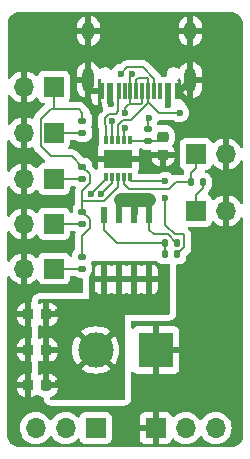
<source format=gbr>
%TF.GenerationSoftware,KiCad,Pcbnew,8.0.6*%
%TF.CreationDate,2024-11-26T15:25:49+01:00*%
%TF.ProjectId,PD_trigger-board,50445f74-7269-4676-9765-722d626f6172,rev?*%
%TF.SameCoordinates,Original*%
%TF.FileFunction,Copper,L1,Top*%
%TF.FilePolarity,Positive*%
%FSLAX46Y46*%
G04 Gerber Fmt 4.6, Leading zero omitted, Abs format (unit mm)*
G04 Created by KiCad (PCBNEW 8.0.6) date 2024-11-26 15:25:49*
%MOMM*%
%LPD*%
G01*
G04 APERTURE LIST*
G04 Aperture macros list*
%AMRoundRect*
0 Rectangle with rounded corners*
0 $1 Rounding radius*
0 $2 $3 $4 $5 $6 $7 $8 $9 X,Y pos of 4 corners*
0 Add a 4 corners polygon primitive as box body*
4,1,4,$2,$3,$4,$5,$6,$7,$8,$9,$2,$3,0*
0 Add four circle primitives for the rounded corners*
1,1,$1+$1,$2,$3*
1,1,$1+$1,$4,$5*
1,1,$1+$1,$6,$7*
1,1,$1+$1,$8,$9*
0 Add four rect primitives between the rounded corners*
20,1,$1+$1,$2,$3,$4,$5,0*
20,1,$1+$1,$4,$5,$6,$7,0*
20,1,$1+$1,$6,$7,$8,$9,0*
20,1,$1+$1,$8,$9,$2,$3,0*%
G04 Aperture macros list end*
%TA.AperFunction,SMDPad,CuDef*%
%ADD10RoundRect,0.135000X-0.185000X0.135000X-0.185000X-0.135000X0.185000X-0.135000X0.185000X0.135000X0*%
%TD*%
%TA.AperFunction,SMDPad,CuDef*%
%ADD11R,0.600000X1.450000*%
%TD*%
%TA.AperFunction,SMDPad,CuDef*%
%ADD12R,0.300000X1.450000*%
%TD*%
%TA.AperFunction,ComponentPad*%
%ADD13O,1.000000X2.100000*%
%TD*%
%TA.AperFunction,ComponentPad*%
%ADD14O,1.000000X1.600000*%
%TD*%
%TA.AperFunction,SMDPad,CuDef*%
%ADD15RoundRect,0.135000X0.135000X0.185000X-0.135000X0.185000X-0.135000X-0.185000X0.135000X-0.185000X0*%
%TD*%
%TA.AperFunction,ComponentPad*%
%ADD16R,1.700000X1.700000*%
%TD*%
%TA.AperFunction,ComponentPad*%
%ADD17O,1.700000X1.700000*%
%TD*%
%TA.AperFunction,SMDPad,CuDef*%
%ADD18RoundRect,0.135000X-0.135000X-0.185000X0.135000X-0.185000X0.135000X0.185000X-0.135000X0.185000X0*%
%TD*%
%TA.AperFunction,SMDPad,CuDef*%
%ADD19R,0.558800X1.460500*%
%TD*%
%TA.AperFunction,ComponentPad*%
%ADD20R,3.000000X3.000000*%
%TD*%
%TA.AperFunction,ComponentPad*%
%ADD21C,3.000000*%
%TD*%
%TA.AperFunction,SMDPad,CuDef*%
%ADD22RoundRect,0.225000X0.225000X0.250000X-0.225000X0.250000X-0.225000X-0.250000X0.225000X-0.250000X0*%
%TD*%
%TA.AperFunction,SMDPad,CuDef*%
%ADD23R,0.300000X0.650000*%
%TD*%
%TA.AperFunction,SMDPad,CuDef*%
%ADD24R,2.480000X1.550000*%
%TD*%
%TA.AperFunction,SMDPad,CuDef*%
%ADD25RoundRect,0.225000X-0.250000X0.225000X-0.250000X-0.225000X0.250000X-0.225000X0.250000X0.225000X0*%
%TD*%
%TA.AperFunction,ViaPad*%
%ADD26C,0.600000*%
%TD*%
%TA.AperFunction,Conductor*%
%ADD27C,0.500000*%
%TD*%
%TA.AperFunction,Conductor*%
%ADD28C,0.200000*%
%TD*%
%TA.AperFunction,Conductor*%
%ADD29C,1.200000*%
%TD*%
G04 APERTURE END LIST*
D10*
%TO.P,R5,1*%
%TO.N,VSET*%
X135375000Y-85380000D03*
%TO.P,R5,2*%
%TO.N,Net-(J8-Pin_1)*%
X135375000Y-86400000D03*
%TD*%
%TO.P,R7,1*%
%TO.N,VSET*%
X135375000Y-93080000D03*
%TO.P,R7,2*%
%TO.N,Net-(J10-Pin_1)*%
X135375000Y-94100000D03*
%TD*%
D11*
%TO.P,J1,A1,GND*%
%TO.N,GND*%
X143443000Y-82867000D03*
%TO.P,J1,A4,VBUS*%
%TO.N,VBUS*%
X142643000Y-82867000D03*
D12*
%TO.P,J1,A5,CC1*%
%TO.N,CC1*%
X141443000Y-82867000D03*
%TO.P,J1,A6,D+*%
%TO.N,D+*%
X140443000Y-82867000D03*
%TO.P,J1,A7,D-*%
%TO.N,D-*%
X139943000Y-82867000D03*
%TO.P,J1,A8*%
%TO.N,N/C*%
X138943000Y-82867000D03*
D11*
%TO.P,J1,A9,VBUS*%
%TO.N,VBUS*%
X137743000Y-82867000D03*
%TO.P,J1,A12,GND*%
%TO.N,GND*%
X136943000Y-82867000D03*
%TO.P,J1,B1,GND*%
X136943000Y-82867000D03*
%TO.P,J1,B4,VBUS*%
%TO.N,VBUS*%
X137743000Y-82867000D03*
D12*
%TO.P,J1,B5,CC2*%
%TO.N,CC2*%
X138443000Y-82867000D03*
%TO.P,J1,B6,D+*%
%TO.N,D+*%
X139443000Y-82867000D03*
%TO.P,J1,B7,D-*%
%TO.N,D-*%
X140943000Y-82867000D03*
%TO.P,J1,B8*%
%TO.N,N/C*%
X141943000Y-82867000D03*
D11*
%TO.P,J1,B9,VBUS*%
%TO.N,VBUS*%
X142643000Y-82867000D03*
%TO.P,J1,B12,GND*%
%TO.N,GND*%
X143443000Y-82867000D03*
D13*
%TO.P,J1,S1,SHIELD*%
X144513000Y-81952000D03*
D14*
X144513000Y-77772000D03*
D13*
X135873000Y-81952000D03*
D14*
X135873000Y-77772000D03*
%TD*%
D10*
%TO.P,R6,1*%
%TO.N,VSET*%
X135375000Y-89280000D03*
%TO.P,R6,2*%
%TO.N,Net-(J9-Pin_1)*%
X135375000Y-90300000D03*
%TD*%
D15*
%TO.P,R3,1*%
%TO.N,VBUS*%
X143410000Y-95700000D03*
%TO.P,R3,2*%
%TO.N,Net-(U2-G)*%
X142390000Y-95700000D03*
%TD*%
D16*
%TO.P,J2,1,Pin_1*%
%TO.N,GND*%
X141580000Y-111394000D03*
D17*
%TO.P,J2,2,Pin_2*%
%TO.N,D-*%
X144120000Y-111394000D03*
%TO.P,J2,3,Pin_3*%
%TO.N,D+*%
X146660000Y-111394000D03*
%TD*%
D10*
%TO.P,R1,1*%
%TO.N,VBUS*%
X140900000Y-86072000D03*
%TO.P,R1,2*%
%TO.N,Net-(U1-VIN)*%
X140900000Y-87092000D03*
%TD*%
D16*
%TO.P,J10,1,Pin_1*%
%TO.N,Net-(J10-Pin_1)*%
X132975000Y-94100000D03*
D17*
%TO.P,J10,2,Pin_2*%
%TO.N,GND*%
X130435000Y-94100000D03*
%TD*%
D16*
%TO.P,J7,1,Pin_1*%
%TO.N,VSET*%
X132950000Y-82500000D03*
D17*
%TO.P,J7,2,Pin_2*%
%TO.N,GND*%
X130410000Y-82500000D03*
%TD*%
D16*
%TO.P,J11,1,Pin_1*%
%TO.N,Net-(J11-Pin_1)*%
X132975000Y-97900000D03*
D17*
%TO.P,J11,2,Pin_2*%
%TO.N,GND*%
X130435000Y-97900000D03*
%TD*%
D18*
%TO.P,R2,1*%
%TO.N,ISET*%
X144540000Y-90600000D03*
%TO.P,R2,2*%
%TO.N,Net-(J6-Pin_1)*%
X145560000Y-90600000D03*
%TD*%
D19*
%TO.P,U2,1,S*%
%TO.N,VBUS*%
X141005000Y-93357850D03*
%TO.P,U2,2,S*%
X139735000Y-93357850D03*
%TO.P,U2,3,S*%
X138465000Y-93357850D03*
%TO.P,U2,4,G*%
%TO.N,Net-(U2-G)*%
X137195000Y-93357850D03*
%TO.P,U2,5,D*%
%TO.N,VOUT*%
X137195000Y-98806150D03*
%TO.P,U2,6,D*%
X138465000Y-98806150D03*
%TO.P,U2,7,D*%
X139735000Y-98806150D03*
%TO.P,U2,8,D*%
X141005000Y-98806150D03*
%TD*%
D20*
%TO.P,J4,1,Pin_1*%
%TO.N,GND*%
X141580000Y-104800000D03*
D21*
%TO.P,J4,2,Pin_2*%
%TO.N,VOUT*%
X136500000Y-104800000D03*
%TD*%
D22*
%TO.P,C2,1*%
%TO.N,VOUT*%
X132315000Y-101772000D03*
%TO.P,C2,2*%
%TO.N,GND*%
X130765000Y-101772000D03*
%TD*%
D10*
%TO.P,R8,1*%
%TO.N,VSET*%
X135345000Y-96890000D03*
%TO.P,R8,2*%
%TO.N,Net-(J11-Pin_1)*%
X135345000Y-97910000D03*
%TD*%
D16*
%TO.P,J5,1,Pin_1*%
%TO.N,ISET*%
X144971000Y-88190000D03*
D17*
%TO.P,J5,2,Pin_2*%
%TO.N,GND*%
X147511000Y-88190000D03*
%TD*%
D16*
%TO.P,J8,1,Pin_1*%
%TO.N,Net-(J8-Pin_1)*%
X132975000Y-86400000D03*
D17*
%TO.P,J8,2,Pin_2*%
%TO.N,GND*%
X130435000Y-86400000D03*
%TD*%
D23*
%TO.P,U1,1,VIN*%
%TO.N,Net-(U1-VIN)*%
X139400000Y-87044500D03*
%TO.P,U1,2,D+*%
%TO.N,D+*%
X138900000Y-87044500D03*
%TO.P,U1,3,D-*%
%TO.N,D-*%
X138400000Y-87044500D03*
%TO.P,U1,4,CC1*%
%TO.N,CC1*%
X137900000Y-87044500D03*
%TO.P,U1,5,CC2*%
%TO.N,CC2*%
X137400000Y-87044500D03*
%TO.P,U1,6,SDA*%
%TO.N,SDA*%
X137400000Y-90144500D03*
%TO.P,U1,7,SCL*%
%TO.N,SCL*%
X137900000Y-90144500D03*
%TO.P,U1,8,VSET*%
%TO.N,VSET*%
X138400000Y-90144500D03*
%TO.P,U1,9,ISET*%
%TO.N,ISET*%
X138900000Y-90144500D03*
%TO.P,U1,10,GATE*%
%TO.N,GATE*%
X139400000Y-90144500D03*
D24*
%TO.P,U1,11,GND*%
%TO.N,GND*%
X138400000Y-88594500D03*
%TD*%
D18*
%TO.P,R4,1*%
%TO.N,Net-(U2-G)*%
X142390000Y-96700000D03*
%TO.P,R4,2*%
%TO.N,GATE*%
X143410000Y-96700000D03*
%TD*%
D22*
%TO.P,C4,1*%
%TO.N,VOUT*%
X132315000Y-107792000D03*
%TO.P,C4,2*%
%TO.N,GND*%
X130765000Y-107792000D03*
%TD*%
%TO.P,C3,1*%
%TO.N,VOUT*%
X132315000Y-104782000D03*
%TO.P,C3,2*%
%TO.N,GND*%
X130765000Y-104782000D03*
%TD*%
D16*
%TO.P,J6,1,Pin_1*%
%TO.N,Net-(J6-Pin_1)*%
X145000000Y-93000000D03*
D17*
%TO.P,J6,2,Pin_2*%
%TO.N,GND*%
X147540000Y-93000000D03*
%TD*%
D16*
%TO.P,J3,1,Pin_1*%
%TO.N,VOUT*%
X136500000Y-111394000D03*
D17*
%TO.P,J3,2,Pin_2*%
%TO.N,SCL*%
X133960000Y-111394000D03*
%TO.P,J3,3,Pin_3*%
%TO.N,SDA*%
X131420000Y-111394000D03*
%TD*%
D16*
%TO.P,J9,1,Pin_1*%
%TO.N,Net-(J9-Pin_1)*%
X132975000Y-90300000D03*
D17*
%TO.P,J9,2,Pin_2*%
%TO.N,GND*%
X130435000Y-90300000D03*
%TD*%
D25*
%TO.P,C1,1*%
%TO.N,Net-(U1-VIN)*%
X142200000Y-86725000D03*
%TO.P,C1,2*%
%TO.N,GND*%
X142200000Y-88275000D03*
%TD*%
D26*
%TO.N,VOUT*%
X138600000Y-100487000D03*
X133340000Y-107582000D03*
X133340000Y-101582000D03*
X141000000Y-100487000D03*
X139800000Y-100487000D03*
X133558000Y-104800000D03*
X137200000Y-100487000D03*
%TO.N,D+*%
X139000000Y-85982000D03*
X139000000Y-84732000D03*
X139566735Y-81466735D03*
%TO.N,D-*%
X143600000Y-84700000D03*
%TO.N,VBUS*%
X141000000Y-92082000D03*
X138600000Y-92082000D03*
X141000000Y-85182000D03*
X139800000Y-92082000D03*
X137800000Y-83982000D03*
X142600000Y-84082000D03*
%TO.N,CC1*%
X137881810Y-85431015D03*
X138600000Y-81400000D03*
%TO.N,SCL*%
X136930339Y-91600000D03*
%TO.N,SDA*%
X136090905Y-91590905D03*
%TO.N,GATE*%
X142400000Y-90500000D03*
X142400000Y-91900000D03*
%TD*%
D27*
%TO.N,GND*%
X143443000Y-82867000D02*
X143598000Y-82867000D01*
X143443000Y-82943000D02*
X144500000Y-84000000D01*
X143443000Y-82867000D02*
X143443000Y-83043000D01*
X143598000Y-82867000D02*
X144513000Y-81952000D01*
X143443000Y-82867000D02*
X143443000Y-82943000D01*
%TO.N,VOUT*%
X132315000Y-101772000D02*
X133150000Y-101772000D01*
X133150000Y-101772000D02*
X133340000Y-101582000D01*
X132315000Y-104782000D02*
X133540000Y-104782000D01*
X133540000Y-104782000D02*
X133558000Y-104800000D01*
D28*
X132315000Y-107607000D02*
X132340000Y-107582000D01*
D27*
X132315000Y-107792000D02*
X133130000Y-107792000D01*
X133130000Y-107792000D02*
X133340000Y-107582000D01*
D28*
%TO.N,D+*%
X139443000Y-82867000D02*
X139443000Y-81590470D01*
X139443000Y-82867000D02*
X139443000Y-83839000D01*
X140443000Y-82867000D02*
X140443000Y-83842000D01*
X139443000Y-81590470D02*
X139566735Y-81466735D01*
X140353000Y-83932000D02*
X139350000Y-83932000D01*
X138900000Y-86082000D02*
X138900000Y-87044500D01*
X139350000Y-83932000D02*
X139000000Y-84282000D01*
X140443000Y-83842000D02*
X140353000Y-83932000D01*
X139000000Y-85982000D02*
X138900000Y-86082000D01*
X139000000Y-84282000D02*
X139000000Y-84732000D01*
%TO.N,D-*%
X140943000Y-83800000D02*
X140943000Y-82867000D01*
X139518686Y-85332000D02*
X140943000Y-83907686D01*
X138400000Y-85733471D02*
X138666735Y-85466735D01*
X139943000Y-82867000D02*
X139943000Y-81939000D01*
X140943000Y-81892000D02*
X140943000Y-82867000D01*
X140833000Y-81782000D02*
X140943000Y-81892000D01*
X140943000Y-83907686D02*
X140943000Y-83800000D01*
X141843000Y-84700000D02*
X143600000Y-84700000D01*
X140943000Y-83800000D02*
X141843000Y-84700000D01*
X139943000Y-81939000D02*
X140100000Y-81782000D01*
X138801470Y-85332000D02*
X139518686Y-85332000D01*
X138400000Y-87044500D02*
X138400000Y-85733471D01*
X138666735Y-85466735D02*
X138801470Y-85332000D01*
X140100000Y-81782000D02*
X140833000Y-81782000D01*
%TO.N,VSET*%
X135375000Y-91300000D02*
X135375000Y-92100000D01*
X132950000Y-82500000D02*
X132950000Y-84000000D01*
X135995000Y-89900000D02*
X135995000Y-90680000D01*
X133075000Y-84400000D02*
X135075000Y-84400000D01*
X131825000Y-85250000D02*
X131825000Y-87550000D01*
X134495000Y-88400000D02*
X135375000Y-89280000D01*
X133075000Y-84400000D02*
X132675000Y-84400000D01*
X132950000Y-84000000D02*
X132950000Y-84275000D01*
X135995000Y-93700000D02*
X135995000Y-94480000D01*
X135375000Y-93080000D02*
X135995000Y-93700000D01*
X135995000Y-94480000D02*
X135345000Y-95130000D01*
X131825000Y-87550000D02*
X132675000Y-88400000D01*
X135368000Y-93087000D02*
X135375000Y-93080000D01*
X135375000Y-92100000D02*
X135375000Y-93080000D01*
X137209208Y-92200000D02*
X135475000Y-92200000D01*
X135995000Y-90680000D02*
X135375000Y-91300000D01*
X135375000Y-84700000D02*
X135375000Y-85380000D01*
X132675000Y-84400000D02*
X131825000Y-85250000D01*
X138400000Y-91009208D02*
X137209208Y-92200000D01*
X138400000Y-90144500D02*
X138400000Y-91009208D01*
X135075000Y-84400000D02*
X135375000Y-84700000D01*
X132675000Y-88400000D02*
X134495000Y-88400000D01*
X135345000Y-95130000D02*
X135345000Y-96890000D01*
X135475000Y-92200000D02*
X135375000Y-92100000D01*
X132950000Y-84275000D02*
X133075000Y-84400000D01*
X135375000Y-89280000D02*
X135995000Y-89900000D01*
%TO.N,ISET*%
X144540000Y-89800000D02*
X144540000Y-90600000D01*
X138900000Y-90782000D02*
X139300000Y-91182000D01*
X143300000Y-90600000D02*
X144540000Y-90600000D01*
X144971000Y-89369000D02*
X144540000Y-89800000D01*
X142718000Y-91182000D02*
X143300000Y-90600000D01*
X139300000Y-91182000D02*
X142718000Y-91182000D01*
X144971000Y-88190000D02*
X144971000Y-89369000D01*
X138900000Y-90144500D02*
X138900000Y-90782000D01*
%TO.N,Net-(J8-Pin_1)*%
X132975000Y-86400000D02*
X135375000Y-86400000D01*
D27*
%TO.N,VBUS*%
X141000000Y-92082000D02*
X141000000Y-93352850D01*
X138465000Y-92217000D02*
X138600000Y-92082000D01*
D28*
X140900000Y-85282000D02*
X141000000Y-85182000D01*
X140900000Y-86072000D02*
X140900000Y-85282000D01*
D27*
X138465000Y-93357850D02*
X138465000Y-92217000D01*
X142643000Y-82867000D02*
X142600000Y-82910000D01*
X139800000Y-92082000D02*
X139800000Y-93292850D01*
D28*
X141400000Y-95000000D02*
X141005000Y-94605000D01*
X143328924Y-95700000D02*
X142628924Y-95000000D01*
D27*
X137743000Y-83925000D02*
X137800000Y-83982000D01*
X137743000Y-82867000D02*
X137743000Y-83925000D01*
X139800000Y-93292850D02*
X139735000Y-93357850D01*
X142600000Y-82910000D02*
X142600000Y-84082000D01*
X141000000Y-93352850D02*
X141005000Y-93357850D01*
D28*
X143410000Y-95700000D02*
X143328924Y-95700000D01*
X141005000Y-94605000D02*
X141005000Y-93357850D01*
X142628924Y-95000000D02*
X141400000Y-95000000D01*
D29*
X138600000Y-92082000D02*
X139800000Y-92082000D01*
X139800000Y-92082000D02*
X141000000Y-92082000D01*
D28*
%TO.N,CC1*%
X137881810Y-85431015D02*
X137881810Y-87026310D01*
X139133265Y-80866735D02*
X138600000Y-81400000D01*
X140483421Y-80866735D02*
X139133265Y-80866735D01*
X141443000Y-81826314D02*
X140483421Y-80866735D01*
X137881810Y-87026310D02*
X137900000Y-87044500D01*
X141443000Y-82867000D02*
X141443000Y-81826314D01*
%TO.N,CC2*%
X138443000Y-82867000D02*
X138400000Y-82910000D01*
X138400000Y-82910000D02*
X138400000Y-84600000D01*
X137400000Y-85797734D02*
X137400000Y-87044500D01*
X137664296Y-84800000D02*
X137281810Y-85182486D01*
X137281810Y-85182486D02*
X137281810Y-85679544D01*
X138200000Y-84800000D02*
X137664296Y-84800000D01*
X137281810Y-85679544D02*
X137400000Y-85797734D01*
X138400000Y-84600000D02*
X138200000Y-84800000D01*
%TO.N,SCL*%
X137900000Y-90630339D02*
X136930339Y-91600000D01*
X137900000Y-90144500D02*
X137900000Y-90630339D01*
%TO.N,SDA*%
X137400000Y-90144500D02*
X137400000Y-90281810D01*
X137400000Y-90281810D02*
X136090905Y-91590905D01*
%TO.N,Net-(U2-G)*%
X142390000Y-95700000D02*
X142390000Y-96700000D01*
X138300000Y-95700000D02*
X142390000Y-95700000D01*
X142410000Y-95680000D02*
X142390000Y-95700000D01*
X137195000Y-93357850D02*
X137195000Y-94595000D01*
X137195000Y-94595000D02*
X138300000Y-95700000D01*
%TO.N,GATE*%
X139500000Y-90500000D02*
X142400000Y-90500000D01*
X142400000Y-94200000D02*
X143200000Y-95000000D01*
X144000000Y-96110000D02*
X143410000Y-96700000D01*
X142400000Y-91900000D02*
X142400000Y-94200000D01*
X139400000Y-90144500D02*
X139400000Y-90400000D01*
X139400000Y-90400000D02*
X139500000Y-90500000D01*
X143900000Y-95000000D02*
X144000000Y-95100000D01*
X143200000Y-95000000D02*
X143900000Y-95000000D01*
X144000000Y-95100000D02*
X144000000Y-96110000D01*
%TO.N,Net-(U1-VIN)*%
X140862500Y-87054500D02*
X140900000Y-87092000D01*
X140900000Y-87092000D02*
X139447500Y-87092000D01*
X142360000Y-87022000D02*
X142347500Y-87034500D01*
X140900000Y-87092000D02*
X141833000Y-87092000D01*
X141833000Y-87092000D02*
X142200000Y-86725000D01*
X142290000Y-87092000D02*
X142347500Y-87034500D01*
X142335000Y-87022000D02*
X142347500Y-87034500D01*
X139447500Y-87092000D02*
X139400000Y-87044500D01*
%TO.N,Net-(J6-Pin_1)*%
X145560000Y-91080000D02*
X145000000Y-91640000D01*
X145560000Y-90600000D02*
X145560000Y-91080000D01*
X145000000Y-91640000D02*
X145000000Y-93000000D01*
%TO.N,Net-(J9-Pin_1)*%
X132975000Y-90300000D02*
X135375000Y-90300000D01*
X135435000Y-90360000D02*
X135375000Y-90300000D01*
%TO.N,Net-(J10-Pin_1)*%
X132975000Y-94100000D02*
X135375000Y-94100000D01*
X135435000Y-94160000D02*
X135375000Y-94100000D01*
%TO.N,Net-(J11-Pin_1)*%
X135335000Y-97900000D02*
X135345000Y-97910000D01*
X132975000Y-97900000D02*
X135335000Y-97900000D01*
X135405000Y-97970000D02*
X135345000Y-97910000D01*
%TD*%
%TA.AperFunction,Conductor*%
%TO.N,GND*%
G36*
X147790000Y-94330633D02*
G01*
X148003483Y-94273433D01*
X148003492Y-94273429D01*
X148217578Y-94173600D01*
X148411082Y-94038105D01*
X148578105Y-93871082D01*
X148713598Y-93677580D01*
X148742416Y-93615780D01*
X148788589Y-93563340D01*
X148855782Y-93544188D01*
X148922663Y-93564403D01*
X148967998Y-93617568D01*
X148978799Y-93668044D01*
X148999493Y-111994517D01*
X148999021Y-112005464D01*
X148985260Y-112162752D01*
X148981507Y-112184038D01*
X148942030Y-112331369D01*
X148934637Y-112351681D01*
X148870177Y-112489915D01*
X148859370Y-112508633D01*
X148771880Y-112633582D01*
X148757986Y-112650140D01*
X148650140Y-112757986D01*
X148633582Y-112771880D01*
X148508633Y-112859370D01*
X148489915Y-112870177D01*
X148351681Y-112934637D01*
X148331369Y-112942030D01*
X148184038Y-112981507D01*
X148162753Y-112985260D01*
X148005395Y-112999028D01*
X147994587Y-112999500D01*
X130005413Y-112999500D01*
X129994605Y-112999028D01*
X129837246Y-112985260D01*
X129815961Y-112981507D01*
X129668630Y-112942030D01*
X129648318Y-112934637D01*
X129510084Y-112870177D01*
X129491366Y-112859370D01*
X129366417Y-112771880D01*
X129349859Y-112757986D01*
X129242013Y-112650140D01*
X129228119Y-112633582D01*
X129140629Y-112508633D01*
X129129822Y-112489915D01*
X129065362Y-112351681D01*
X129057969Y-112331369D01*
X129044759Y-112282068D01*
X129018491Y-112184035D01*
X129014739Y-112162752D01*
X129006215Y-112065327D01*
X129000977Y-112005461D01*
X129000506Y-111994517D01*
X129000659Y-111859925D01*
X129001188Y-111393999D01*
X130064341Y-111393999D01*
X130064341Y-111394000D01*
X130084936Y-111629403D01*
X130084938Y-111629413D01*
X130146094Y-111857655D01*
X130146096Y-111857659D01*
X130146097Y-111857663D01*
X130226004Y-112029023D01*
X130245965Y-112071830D01*
X130245967Y-112071834D01*
X130287480Y-112131120D01*
X130381505Y-112265401D01*
X130548599Y-112432495D01*
X130630603Y-112489915D01*
X130742165Y-112568032D01*
X130742167Y-112568033D01*
X130742170Y-112568035D01*
X130956337Y-112667903D01*
X131184592Y-112729063D01*
X131361034Y-112744500D01*
X131419999Y-112749659D01*
X131420000Y-112749659D01*
X131420001Y-112749659D01*
X131478966Y-112744500D01*
X131655408Y-112729063D01*
X131883663Y-112667903D01*
X132097830Y-112568035D01*
X132291401Y-112432495D01*
X132458495Y-112265401D01*
X132588425Y-112079842D01*
X132643002Y-112036217D01*
X132712500Y-112029023D01*
X132774855Y-112060546D01*
X132791575Y-112079842D01*
X132921500Y-112265395D01*
X132921505Y-112265401D01*
X133088599Y-112432495D01*
X133170603Y-112489915D01*
X133282165Y-112568032D01*
X133282167Y-112568033D01*
X133282170Y-112568035D01*
X133496337Y-112667903D01*
X133724592Y-112729063D01*
X133901034Y-112744500D01*
X133959999Y-112749659D01*
X133960000Y-112749659D01*
X133960001Y-112749659D01*
X134018966Y-112744500D01*
X134195408Y-112729063D01*
X134423663Y-112667903D01*
X134637830Y-112568035D01*
X134831401Y-112432495D01*
X134953329Y-112310566D01*
X135014648Y-112277084D01*
X135084340Y-112282068D01*
X135140274Y-112323939D01*
X135157189Y-112354917D01*
X135206202Y-112486328D01*
X135206206Y-112486335D01*
X135292452Y-112601544D01*
X135292455Y-112601547D01*
X135407664Y-112687793D01*
X135407671Y-112687797D01*
X135542517Y-112738091D01*
X135542516Y-112738091D01*
X135549444Y-112738835D01*
X135602127Y-112744500D01*
X137397872Y-112744499D01*
X137457483Y-112738091D01*
X137592331Y-112687796D01*
X137707546Y-112601546D01*
X137793796Y-112486331D01*
X137844091Y-112351483D01*
X137850500Y-112291873D01*
X137850499Y-110496155D01*
X140230000Y-110496155D01*
X140230000Y-111144000D01*
X141146988Y-111144000D01*
X141114075Y-111201007D01*
X141080000Y-111328174D01*
X141080000Y-111459826D01*
X141114075Y-111586993D01*
X141146988Y-111644000D01*
X140230000Y-111644000D01*
X140230000Y-112291844D01*
X140236401Y-112351372D01*
X140236403Y-112351379D01*
X140286645Y-112486086D01*
X140286649Y-112486093D01*
X140372809Y-112601187D01*
X140372812Y-112601190D01*
X140487906Y-112687350D01*
X140487913Y-112687354D01*
X140622620Y-112737596D01*
X140622627Y-112737598D01*
X140682155Y-112743999D01*
X140682172Y-112744000D01*
X141330000Y-112744000D01*
X141330000Y-111827012D01*
X141387007Y-111859925D01*
X141514174Y-111894000D01*
X141645826Y-111894000D01*
X141772993Y-111859925D01*
X141830000Y-111827012D01*
X141830000Y-112744000D01*
X142477828Y-112744000D01*
X142477844Y-112743999D01*
X142537372Y-112737598D01*
X142537379Y-112737596D01*
X142672086Y-112687354D01*
X142672093Y-112687350D01*
X142787187Y-112601190D01*
X142787190Y-112601187D01*
X142873350Y-112486093D01*
X142873354Y-112486086D01*
X142922422Y-112354529D01*
X142964293Y-112298595D01*
X143029757Y-112274178D01*
X143098030Y-112289030D01*
X143126285Y-112310181D01*
X143248599Y-112432495D01*
X143330603Y-112489915D01*
X143442165Y-112568032D01*
X143442167Y-112568033D01*
X143442170Y-112568035D01*
X143656337Y-112667903D01*
X143884592Y-112729063D01*
X144061034Y-112744500D01*
X144119999Y-112749659D01*
X144120000Y-112749659D01*
X144120001Y-112749659D01*
X144178966Y-112744500D01*
X144355408Y-112729063D01*
X144583663Y-112667903D01*
X144797830Y-112568035D01*
X144991401Y-112432495D01*
X145158495Y-112265401D01*
X145288425Y-112079842D01*
X145343002Y-112036217D01*
X145412500Y-112029023D01*
X145474855Y-112060546D01*
X145491575Y-112079842D01*
X145621500Y-112265395D01*
X145621505Y-112265401D01*
X145788599Y-112432495D01*
X145870603Y-112489915D01*
X145982165Y-112568032D01*
X145982167Y-112568033D01*
X145982170Y-112568035D01*
X146196337Y-112667903D01*
X146424592Y-112729063D01*
X146601034Y-112744500D01*
X146659999Y-112749659D01*
X146660000Y-112749659D01*
X146660001Y-112749659D01*
X146718966Y-112744500D01*
X146895408Y-112729063D01*
X147123663Y-112667903D01*
X147337830Y-112568035D01*
X147531401Y-112432495D01*
X147698495Y-112265401D01*
X147834035Y-112071830D01*
X147933903Y-111857663D01*
X147995063Y-111629408D01*
X148015659Y-111394000D01*
X147995063Y-111158592D01*
X147933903Y-110930337D01*
X147834035Y-110716171D01*
X147828425Y-110708158D01*
X147698494Y-110522597D01*
X147531402Y-110355506D01*
X147531395Y-110355501D01*
X147337834Y-110219967D01*
X147337830Y-110219965D01*
X147266727Y-110186809D01*
X147123663Y-110120097D01*
X147123659Y-110120096D01*
X147123655Y-110120094D01*
X146895413Y-110058938D01*
X146895403Y-110058936D01*
X146660001Y-110038341D01*
X146659999Y-110038341D01*
X146424596Y-110058936D01*
X146424586Y-110058938D01*
X146196344Y-110120094D01*
X146196335Y-110120098D01*
X145982171Y-110219964D01*
X145982169Y-110219965D01*
X145788597Y-110355505D01*
X145621505Y-110522597D01*
X145491575Y-110708158D01*
X145436998Y-110751783D01*
X145367500Y-110758977D01*
X145305145Y-110727454D01*
X145288425Y-110708158D01*
X145158494Y-110522597D01*
X144991402Y-110355506D01*
X144991395Y-110355501D01*
X144797834Y-110219967D01*
X144797830Y-110219965D01*
X144726727Y-110186809D01*
X144583663Y-110120097D01*
X144583659Y-110120096D01*
X144583655Y-110120094D01*
X144355413Y-110058938D01*
X144355403Y-110058936D01*
X144120001Y-110038341D01*
X144119999Y-110038341D01*
X143884596Y-110058936D01*
X143884586Y-110058938D01*
X143656344Y-110120094D01*
X143656335Y-110120098D01*
X143442171Y-110219964D01*
X143442169Y-110219965D01*
X143248600Y-110355503D01*
X143126284Y-110477819D01*
X143064961Y-110511303D01*
X142995269Y-110506319D01*
X142939336Y-110464447D01*
X142922421Y-110433470D01*
X142873354Y-110301913D01*
X142873350Y-110301906D01*
X142787190Y-110186812D01*
X142787187Y-110186809D01*
X142672093Y-110100649D01*
X142672086Y-110100645D01*
X142537379Y-110050403D01*
X142537372Y-110050401D01*
X142477844Y-110044000D01*
X141830000Y-110044000D01*
X141830000Y-110960988D01*
X141772993Y-110928075D01*
X141645826Y-110894000D01*
X141514174Y-110894000D01*
X141387007Y-110928075D01*
X141330000Y-110960988D01*
X141330000Y-110044000D01*
X140682155Y-110044000D01*
X140622627Y-110050401D01*
X140622620Y-110050403D01*
X140487913Y-110100645D01*
X140487906Y-110100649D01*
X140372812Y-110186809D01*
X140372809Y-110186812D01*
X140286649Y-110301906D01*
X140286645Y-110301913D01*
X140236403Y-110436620D01*
X140236401Y-110436627D01*
X140230000Y-110496155D01*
X137850499Y-110496155D01*
X137850499Y-110496128D01*
X137844091Y-110436517D01*
X137842810Y-110433083D01*
X137793797Y-110301671D01*
X137793793Y-110301664D01*
X137707547Y-110186455D01*
X137707544Y-110186452D01*
X137592335Y-110100206D01*
X137592328Y-110100202D01*
X137457482Y-110049908D01*
X137457483Y-110049908D01*
X137397883Y-110043501D01*
X137397881Y-110043500D01*
X137397873Y-110043500D01*
X137397864Y-110043500D01*
X135602129Y-110043500D01*
X135602123Y-110043501D01*
X135542516Y-110049908D01*
X135407671Y-110100202D01*
X135407664Y-110100206D01*
X135292455Y-110186452D01*
X135292452Y-110186455D01*
X135206206Y-110301664D01*
X135206203Y-110301669D01*
X135157189Y-110433083D01*
X135115317Y-110489016D01*
X135049853Y-110513433D01*
X134981580Y-110498581D01*
X134953326Y-110477430D01*
X134831402Y-110355506D01*
X134831395Y-110355501D01*
X134637834Y-110219967D01*
X134637830Y-110219965D01*
X134566727Y-110186809D01*
X134423663Y-110120097D01*
X134423659Y-110120096D01*
X134423655Y-110120094D01*
X134195413Y-110058938D01*
X134195403Y-110058936D01*
X133960001Y-110038341D01*
X133959999Y-110038341D01*
X133724596Y-110058936D01*
X133724586Y-110058938D01*
X133496344Y-110120094D01*
X133496335Y-110120098D01*
X133282171Y-110219964D01*
X133282169Y-110219965D01*
X133088597Y-110355505D01*
X132921505Y-110522597D01*
X132791575Y-110708158D01*
X132736998Y-110751783D01*
X132667500Y-110758977D01*
X132605145Y-110727454D01*
X132588425Y-110708158D01*
X132458494Y-110522597D01*
X132291402Y-110355506D01*
X132291395Y-110355501D01*
X132097834Y-110219967D01*
X132097830Y-110219965D01*
X132026727Y-110186809D01*
X131883663Y-110120097D01*
X131883659Y-110120096D01*
X131883655Y-110120094D01*
X131655413Y-110058938D01*
X131655403Y-110058936D01*
X131420001Y-110038341D01*
X131419999Y-110038341D01*
X131184596Y-110058936D01*
X131184586Y-110058938D01*
X130956344Y-110120094D01*
X130956335Y-110120098D01*
X130742171Y-110219964D01*
X130742169Y-110219965D01*
X130548597Y-110355505D01*
X130381505Y-110522597D01*
X130245965Y-110716169D01*
X130245964Y-110716171D01*
X130146098Y-110930335D01*
X130146094Y-110930344D01*
X130084938Y-111158586D01*
X130084936Y-111158596D01*
X130064341Y-111393999D01*
X129001188Y-111393999D01*
X129004940Y-108090322D01*
X129815001Y-108090322D01*
X129825144Y-108189607D01*
X129878452Y-108350481D01*
X129878457Y-108350492D01*
X129967424Y-108494728D01*
X129967427Y-108494732D01*
X130087267Y-108614572D01*
X130087271Y-108614575D01*
X130231507Y-108703542D01*
X130231518Y-108703547D01*
X130392393Y-108756855D01*
X130491683Y-108766999D01*
X130515000Y-108766998D01*
X130515000Y-108042000D01*
X129815001Y-108042000D01*
X129815001Y-108090322D01*
X129004940Y-108090322D01*
X129005618Y-107493677D01*
X129815000Y-107493677D01*
X129815000Y-107542000D01*
X130515000Y-107542000D01*
X130515000Y-106816999D01*
X130491693Y-106817000D01*
X130491674Y-106817001D01*
X130392392Y-106827144D01*
X130231518Y-106880452D01*
X130231507Y-106880457D01*
X130087271Y-106969424D01*
X130087267Y-106969427D01*
X129967427Y-107089267D01*
X129967424Y-107089271D01*
X129878457Y-107233507D01*
X129878452Y-107233518D01*
X129825144Y-107394393D01*
X129815000Y-107493677D01*
X129005618Y-107493677D01*
X129008358Y-105080322D01*
X129815001Y-105080322D01*
X129825144Y-105179607D01*
X129878452Y-105340481D01*
X129878457Y-105340492D01*
X129967424Y-105484728D01*
X129967427Y-105484732D01*
X130087267Y-105604572D01*
X130087271Y-105604575D01*
X130231507Y-105693542D01*
X130231518Y-105693547D01*
X130392393Y-105746855D01*
X130491683Y-105756999D01*
X130515000Y-105756998D01*
X130515000Y-105032000D01*
X129815001Y-105032000D01*
X129815001Y-105080322D01*
X129008358Y-105080322D01*
X129009036Y-104483677D01*
X129815000Y-104483677D01*
X129815000Y-104532000D01*
X130515000Y-104532000D01*
X130515000Y-103806999D01*
X130491693Y-103807000D01*
X130491674Y-103807001D01*
X130392392Y-103817144D01*
X130231518Y-103870452D01*
X130231507Y-103870457D01*
X130087271Y-103959424D01*
X130087267Y-103959427D01*
X129967427Y-104079267D01*
X129967424Y-104079271D01*
X129878457Y-104223507D01*
X129878452Y-104223518D01*
X129825144Y-104384393D01*
X129815000Y-104483677D01*
X129009036Y-104483677D01*
X129011776Y-102070322D01*
X129815001Y-102070322D01*
X129825144Y-102169607D01*
X129878452Y-102330481D01*
X129878457Y-102330492D01*
X129967424Y-102474728D01*
X129967427Y-102474732D01*
X130087267Y-102594572D01*
X130087271Y-102594575D01*
X130231507Y-102683542D01*
X130231518Y-102683547D01*
X130392393Y-102736855D01*
X130491683Y-102746999D01*
X130515000Y-102746998D01*
X130515000Y-102022000D01*
X129815001Y-102022000D01*
X129815001Y-102070322D01*
X129011776Y-102070322D01*
X129012454Y-101473677D01*
X129815000Y-101473677D01*
X129815000Y-101522000D01*
X130515000Y-101522000D01*
X130515000Y-100796999D01*
X130491693Y-100797000D01*
X130491674Y-100797001D01*
X130392392Y-100807144D01*
X130231518Y-100860452D01*
X130231507Y-100860457D01*
X130087271Y-100949424D01*
X130087267Y-100949427D01*
X129967427Y-101069267D01*
X129967424Y-101069271D01*
X129878457Y-101213507D01*
X129878452Y-101213518D01*
X129825144Y-101374393D01*
X129815000Y-101473677D01*
X129012454Y-101473677D01*
X129015706Y-98609871D01*
X129035467Y-98542857D01*
X129088323Y-98497162D01*
X129157492Y-98487297D01*
X129221015Y-98516394D01*
X129252087Y-98557608D01*
X129261399Y-98577577D01*
X129396894Y-98771082D01*
X129563917Y-98938105D01*
X129757421Y-99073600D01*
X129971507Y-99173429D01*
X129971516Y-99173433D01*
X130185000Y-99230634D01*
X130185000Y-98333012D01*
X130242007Y-98365925D01*
X130369174Y-98400000D01*
X130500826Y-98400000D01*
X130627993Y-98365925D01*
X130685000Y-98333012D01*
X130685000Y-99230633D01*
X130898483Y-99173433D01*
X130898492Y-99173429D01*
X131112578Y-99073600D01*
X131306078Y-98938108D01*
X131428133Y-98816053D01*
X131489456Y-98782568D01*
X131559148Y-98787552D01*
X131615082Y-98829423D01*
X131631997Y-98860401D01*
X131681202Y-98992328D01*
X131681206Y-98992335D01*
X131767452Y-99107544D01*
X131767455Y-99107547D01*
X131882664Y-99193793D01*
X131882671Y-99193797D01*
X132017517Y-99244091D01*
X132017516Y-99244091D01*
X132024444Y-99244835D01*
X132077127Y-99250500D01*
X133872872Y-99250499D01*
X133932483Y-99244091D01*
X134067331Y-99193796D01*
X134182546Y-99107546D01*
X134268796Y-98992331D01*
X134319091Y-98857483D01*
X134325500Y-98797873D01*
X134325500Y-98624500D01*
X134345185Y-98557461D01*
X134397989Y-98511706D01*
X134449500Y-98500500D01*
X134665404Y-98500500D01*
X134732443Y-98520185D01*
X134753085Y-98536819D01*
X134767396Y-98551130D01*
X134767400Y-98551133D01*
X134767402Y-98551135D01*
X134905607Y-98632869D01*
X134946268Y-98644682D01*
X135059791Y-98677664D01*
X135059794Y-98677664D01*
X135059796Y-98677665D01*
X135095819Y-98680500D01*
X135270500Y-98680499D01*
X135337539Y-98700183D01*
X135383294Y-98752987D01*
X135394500Y-98804499D01*
X135394500Y-99870500D01*
X135374815Y-99937539D01*
X135322011Y-99983294D01*
X135270500Y-99994500D01*
X131724000Y-99994500D01*
X131723991Y-99994500D01*
X131723990Y-99994501D01*
X131616549Y-100006052D01*
X131616537Y-100006054D01*
X131565027Y-100017260D01*
X131462502Y-100051383D01*
X131462496Y-100051386D01*
X131341462Y-100129171D01*
X131341451Y-100129179D01*
X131288659Y-100174923D01*
X131194433Y-100283664D01*
X131194430Y-100283668D01*
X131134664Y-100414534D01*
X131114976Y-100481582D01*
X131094500Y-100624001D01*
X131094500Y-100673000D01*
X131074815Y-100740039D01*
X131051167Y-100760529D01*
X131051319Y-100760681D01*
X131015000Y-100797000D01*
X131015000Y-102746999D01*
X131033498Y-102765497D01*
X131037539Y-102766684D01*
X131083294Y-102819488D01*
X131094500Y-102870999D01*
X131094500Y-103683000D01*
X131074815Y-103750039D01*
X131051167Y-103770529D01*
X131051319Y-103770681D01*
X131015000Y-103807000D01*
X131015000Y-105756999D01*
X131033498Y-105775497D01*
X131037539Y-105776684D01*
X131083294Y-105829488D01*
X131094500Y-105880999D01*
X131094500Y-106693000D01*
X131074815Y-106760039D01*
X131051167Y-106780529D01*
X131051319Y-106780681D01*
X131015000Y-106817000D01*
X131015000Y-108766999D01*
X131038308Y-108766999D01*
X131038322Y-108766998D01*
X131137607Y-108756855D01*
X131298481Y-108703547D01*
X131298492Y-108703542D01*
X131442731Y-108614573D01*
X131451959Y-108605345D01*
X131513279Y-108571856D01*
X131582971Y-108576835D01*
X131627327Y-108605339D01*
X131636955Y-108614967D01*
X131636959Y-108614970D01*
X131781294Y-108703998D01*
X131781297Y-108703999D01*
X131781303Y-108704003D01*
X131942292Y-108757349D01*
X131987780Y-108761996D01*
X132052472Y-108788392D01*
X132092623Y-108845572D01*
X132099178Y-108885351D01*
X132099178Y-108930292D01*
X132099179Y-108930297D01*
X132109123Y-108999455D01*
X132109124Y-108999460D01*
X132109125Y-108999463D01*
X132149657Y-109137501D01*
X132149660Y-109137507D01*
X132227442Y-109258537D01*
X132227450Y-109258548D01*
X132273194Y-109311340D01*
X132273197Y-109311343D01*
X132273201Y-109311347D01*
X132381935Y-109405567D01*
X132381938Y-109405568D01*
X132381939Y-109405569D01*
X132476196Y-109448616D01*
X132512812Y-109465338D01*
X132579851Y-109485023D01*
X132579855Y-109485024D01*
X132722271Y-109505500D01*
X132722274Y-109505500D01*
X138875990Y-109505500D01*
X138876000Y-109505500D01*
X138983456Y-109493947D01*
X139034967Y-109482741D01*
X139069197Y-109471347D01*
X139137497Y-109448616D01*
X139137501Y-109448613D01*
X139137504Y-109448613D01*
X139258543Y-109370825D01*
X139311347Y-109325070D01*
X139405567Y-109216336D01*
X139465338Y-109085459D01*
X139485023Y-109018420D01*
X139485024Y-109018416D01*
X139505500Y-108876000D01*
X139505500Y-106739240D01*
X139525185Y-106672201D01*
X139577989Y-106626446D01*
X139647147Y-106616502D01*
X139710703Y-106645527D01*
X139717181Y-106651559D01*
X139722812Y-106657190D01*
X139837906Y-106743350D01*
X139837913Y-106743354D01*
X139972620Y-106793596D01*
X139972627Y-106793598D01*
X140032155Y-106799999D01*
X140032172Y-106800000D01*
X141330000Y-106800000D01*
X141330000Y-105519064D01*
X141358316Y-105530793D01*
X141505147Y-105560000D01*
X141654853Y-105560000D01*
X141801684Y-105530793D01*
X141830000Y-105519064D01*
X141830000Y-106800000D01*
X143127828Y-106800000D01*
X143127844Y-106799999D01*
X143187372Y-106793598D01*
X143187379Y-106793596D01*
X143322086Y-106743354D01*
X143322093Y-106743350D01*
X143437187Y-106657190D01*
X143437190Y-106657187D01*
X143523350Y-106542093D01*
X143523354Y-106542086D01*
X143573596Y-106407379D01*
X143573598Y-106407372D01*
X143579999Y-106347844D01*
X143580000Y-106347827D01*
X143580000Y-105050000D01*
X142299064Y-105050000D01*
X142310793Y-105021684D01*
X142340000Y-104874853D01*
X142340000Y-104725147D01*
X142310793Y-104578316D01*
X142299064Y-104550000D01*
X143580000Y-104550000D01*
X143580000Y-103252172D01*
X143579999Y-103252155D01*
X143573598Y-103192627D01*
X143573596Y-103192620D01*
X143523354Y-103057913D01*
X143523350Y-103057906D01*
X143437190Y-102942812D01*
X143437187Y-102942809D01*
X143322093Y-102856649D01*
X143322086Y-102856645D01*
X143187379Y-102806403D01*
X143187372Y-102806401D01*
X143127844Y-102800000D01*
X141830000Y-102800000D01*
X141830000Y-104080935D01*
X141801684Y-104069207D01*
X141654853Y-104040000D01*
X141505147Y-104040000D01*
X141358316Y-104069207D01*
X141330000Y-104080935D01*
X141330000Y-102800000D01*
X140032155Y-102800000D01*
X139972627Y-102806401D01*
X139972620Y-102806403D01*
X139837913Y-102856645D01*
X139837906Y-102856649D01*
X139722812Y-102942809D01*
X139717181Y-102948441D01*
X139655858Y-102981926D01*
X139586166Y-102976942D01*
X139530233Y-102935070D01*
X139505816Y-102869606D01*
X139505500Y-102860760D01*
X139505500Y-102429500D01*
X139525185Y-102362461D01*
X139577989Y-102316706D01*
X139629500Y-102305500D01*
X142675990Y-102305500D01*
X142676000Y-102305500D01*
X142783456Y-102293947D01*
X142834967Y-102282741D01*
X142869197Y-102271347D01*
X142937497Y-102248616D01*
X142937501Y-102248613D01*
X142937504Y-102248613D01*
X143058543Y-102170825D01*
X143111347Y-102125070D01*
X143205567Y-102016336D01*
X143265338Y-101885459D01*
X143285023Y-101818420D01*
X143285024Y-101818416D01*
X143305500Y-101676000D01*
X143305500Y-97644499D01*
X143325185Y-97577460D01*
X143377989Y-97531705D01*
X143429500Y-97520499D01*
X143609168Y-97520499D01*
X143609180Y-97520499D01*
X143645204Y-97517665D01*
X143799393Y-97472869D01*
X143937598Y-97391135D01*
X144051135Y-97277598D01*
X144132869Y-97139393D01*
X144172748Y-97002128D01*
X144177664Y-96985208D01*
X144177665Y-96985202D01*
X144180499Y-96949188D01*
X144180500Y-96949181D01*
X144180499Y-96830095D01*
X144200183Y-96763057D01*
X144216813Y-96742420D01*
X144358506Y-96600728D01*
X144358511Y-96600724D01*
X144368714Y-96590520D01*
X144368716Y-96590520D01*
X144480520Y-96478716D01*
X144531084Y-96391135D01*
X144559577Y-96341785D01*
X144600501Y-96189057D01*
X144600501Y-96030943D01*
X144600501Y-96023348D01*
X144600500Y-96023330D01*
X144600500Y-95020942D01*
X144594318Y-94997873D01*
X144594317Y-94997870D01*
X144573705Y-94920943D01*
X144559577Y-94868216D01*
X144544526Y-94842147D01*
X144480524Y-94731290D01*
X144480518Y-94731282D01*
X144311416Y-94562180D01*
X144277931Y-94500857D01*
X144282915Y-94431165D01*
X144324787Y-94375232D01*
X144390251Y-94350815D01*
X144399073Y-94350499D01*
X145897872Y-94350499D01*
X145957483Y-94344091D01*
X146092331Y-94293796D01*
X146207546Y-94207546D01*
X146293796Y-94092331D01*
X146343002Y-93960401D01*
X146384872Y-93904468D01*
X146450337Y-93880050D01*
X146518610Y-93894901D01*
X146546865Y-93916053D01*
X146668917Y-94038105D01*
X146862421Y-94173600D01*
X147076507Y-94273429D01*
X147076516Y-94273433D01*
X147290000Y-94330634D01*
X147290000Y-93433012D01*
X147347007Y-93465925D01*
X147474174Y-93500000D01*
X147605826Y-93500000D01*
X147732993Y-93465925D01*
X147790000Y-93433012D01*
X147790000Y-94330633D01*
G37*
%TD.AperFunction*%
%TA.AperFunction,Conductor*%
G36*
X130685000Y-95430633D02*
G01*
X130898483Y-95373433D01*
X130898492Y-95373429D01*
X131112578Y-95273600D01*
X131306078Y-95138108D01*
X131428133Y-95016053D01*
X131489456Y-94982568D01*
X131559148Y-94987552D01*
X131615082Y-95029423D01*
X131631997Y-95060401D01*
X131681202Y-95192328D01*
X131681206Y-95192335D01*
X131767452Y-95307544D01*
X131767455Y-95307547D01*
X131882664Y-95393793D01*
X131882671Y-95393797D01*
X132017517Y-95444091D01*
X132017516Y-95444091D01*
X132024444Y-95444835D01*
X132077127Y-95450500D01*
X133872872Y-95450499D01*
X133932483Y-95444091D01*
X134067331Y-95393796D01*
X134182546Y-95307546D01*
X134268796Y-95192331D01*
X134319091Y-95057483D01*
X134325500Y-94997873D01*
X134325500Y-94824500D01*
X134345185Y-94757461D01*
X134397989Y-94711706D01*
X134449500Y-94700500D01*
X134684799Y-94700500D01*
X134751838Y-94720185D01*
X134797593Y-94772989D01*
X134807537Y-94842147D01*
X134792186Y-94886500D01*
X134785424Y-94898211D01*
X134785423Y-94898212D01*
X134765993Y-94970726D01*
X134744499Y-95050943D01*
X134744499Y-95050945D01*
X134744499Y-95219046D01*
X134744500Y-95219059D01*
X134744500Y-96220404D01*
X134724815Y-96287443D01*
X134708181Y-96308085D01*
X134653869Y-96362396D01*
X134653863Y-96362404D01*
X134572131Y-96500606D01*
X134572129Y-96500611D01*
X134527335Y-96654791D01*
X134527334Y-96654797D01*
X134524500Y-96690811D01*
X134524500Y-96805952D01*
X134504815Y-96872991D01*
X134452011Y-96918746D01*
X134382853Y-96928690D01*
X134319297Y-96899665D01*
X134284318Y-96849285D01*
X134268797Y-96807671D01*
X134268793Y-96807664D01*
X134182547Y-96692455D01*
X134182544Y-96692452D01*
X134067335Y-96606206D01*
X134067328Y-96606202D01*
X133932482Y-96555908D01*
X133932483Y-96555908D01*
X133872883Y-96549501D01*
X133872881Y-96549500D01*
X133872873Y-96549500D01*
X133872864Y-96549500D01*
X132077129Y-96549500D01*
X132077123Y-96549501D01*
X132017516Y-96555908D01*
X131882671Y-96606202D01*
X131882664Y-96606206D01*
X131767455Y-96692452D01*
X131767452Y-96692455D01*
X131681206Y-96807664D01*
X131681202Y-96807671D01*
X131631997Y-96939598D01*
X131590126Y-96995532D01*
X131524661Y-97019949D01*
X131456388Y-97005097D01*
X131428134Y-96983946D01*
X131306082Y-96861894D01*
X131112578Y-96726399D01*
X130898492Y-96626570D01*
X130898486Y-96626567D01*
X130685000Y-96569364D01*
X130685000Y-97466988D01*
X130627993Y-97434075D01*
X130500826Y-97400000D01*
X130369174Y-97400000D01*
X130242007Y-97434075D01*
X130185000Y-97466988D01*
X130185000Y-96569364D01*
X130184999Y-96569364D01*
X129971513Y-96626567D01*
X129971507Y-96626570D01*
X129757422Y-96726399D01*
X129757420Y-96726400D01*
X129563926Y-96861886D01*
X129563920Y-96861891D01*
X129396891Y-97028920D01*
X129396886Y-97028926D01*
X129261400Y-97222420D01*
X129253704Y-97238925D01*
X129207530Y-97291363D01*
X129140336Y-97310513D01*
X129073455Y-97290295D01*
X129028122Y-97237129D01*
X129017323Y-97186376D01*
X129020011Y-94819102D01*
X129039772Y-94752089D01*
X129092628Y-94706394D01*
X129161797Y-94696529D01*
X129225320Y-94725626D01*
X129256392Y-94766839D01*
X129261400Y-94777579D01*
X129396894Y-94971082D01*
X129563917Y-95138105D01*
X129757421Y-95273600D01*
X129971507Y-95373429D01*
X129971516Y-95373433D01*
X130185000Y-95430634D01*
X130185000Y-94533012D01*
X130242007Y-94565925D01*
X130369174Y-94600000D01*
X130500826Y-94600000D01*
X130627993Y-94565925D01*
X130685000Y-94533012D01*
X130685000Y-95430633D01*
G37*
%TD.AperFunction*%
%TA.AperFunction,Conductor*%
G36*
X130685000Y-91630633D02*
G01*
X130898483Y-91573433D01*
X130898492Y-91573429D01*
X131112578Y-91473600D01*
X131306078Y-91338108D01*
X131428133Y-91216053D01*
X131489456Y-91182568D01*
X131559148Y-91187552D01*
X131615082Y-91229423D01*
X131631997Y-91260401D01*
X131681202Y-91392328D01*
X131681206Y-91392335D01*
X131767452Y-91507544D01*
X131767455Y-91507547D01*
X131882664Y-91593793D01*
X131882671Y-91593797D01*
X132017517Y-91644091D01*
X132017516Y-91644091D01*
X132024444Y-91644835D01*
X132077127Y-91650500D01*
X133872872Y-91650499D01*
X133932483Y-91644091D01*
X134067331Y-91593796D01*
X134182546Y-91507546D01*
X134268796Y-91392331D01*
X134319091Y-91257483D01*
X134325500Y-91197873D01*
X134325500Y-91024500D01*
X134345185Y-90957461D01*
X134397989Y-90911706D01*
X134449500Y-90900500D01*
X134699314Y-90900500D01*
X134766353Y-90920185D01*
X134812108Y-90972989D01*
X134822052Y-91042147D01*
X134817086Y-91060246D01*
X134817527Y-91060365D01*
X134815424Y-91068213D01*
X134815423Y-91068215D01*
X134774499Y-91220943D01*
X134774499Y-91220945D01*
X134774499Y-91389046D01*
X134774500Y-91389059D01*
X134774500Y-92013330D01*
X134774499Y-92013348D01*
X134774499Y-92189046D01*
X134774500Y-92189059D01*
X134774500Y-92410404D01*
X134754815Y-92477443D01*
X134738181Y-92498085D01*
X134683869Y-92552396D01*
X134683863Y-92552404D01*
X134602131Y-92690606D01*
X134602129Y-92690611D01*
X134557335Y-92844791D01*
X134557334Y-92844797D01*
X134554500Y-92880811D01*
X134554500Y-93086387D01*
X134534815Y-93153426D01*
X134482011Y-93199181D01*
X134412853Y-93209125D01*
X134349297Y-93180100D01*
X134314318Y-93129720D01*
X134268797Y-93007671D01*
X134268793Y-93007664D01*
X134182547Y-92892455D01*
X134182544Y-92892452D01*
X134067335Y-92806206D01*
X134067328Y-92806202D01*
X133932482Y-92755908D01*
X133932483Y-92755908D01*
X133872883Y-92749501D01*
X133872881Y-92749500D01*
X133872873Y-92749500D01*
X133872864Y-92749500D01*
X132077129Y-92749500D01*
X132077123Y-92749501D01*
X132017516Y-92755908D01*
X131882671Y-92806202D01*
X131882664Y-92806206D01*
X131767455Y-92892452D01*
X131767452Y-92892455D01*
X131681206Y-93007664D01*
X131681202Y-93007671D01*
X131631997Y-93139598D01*
X131590126Y-93195532D01*
X131524661Y-93219949D01*
X131456388Y-93205097D01*
X131428134Y-93183946D01*
X131306082Y-93061894D01*
X131112578Y-92926399D01*
X130898492Y-92826570D01*
X130898486Y-92826567D01*
X130685000Y-92769364D01*
X130685000Y-93666988D01*
X130627993Y-93634075D01*
X130500826Y-93600000D01*
X130369174Y-93600000D01*
X130242007Y-93634075D01*
X130185000Y-93666988D01*
X130185000Y-92769364D01*
X130184999Y-92769364D01*
X129971513Y-92826567D01*
X129971507Y-92826570D01*
X129757422Y-92926399D01*
X129757420Y-92926400D01*
X129563926Y-93061886D01*
X129563920Y-93061891D01*
X129396891Y-93228920D01*
X129396886Y-93228926D01*
X129261400Y-93422420D01*
X129261399Y-93422421D01*
X129258029Y-93429650D01*
X129211854Y-93482087D01*
X129144660Y-93501236D01*
X129077779Y-93481017D01*
X129032447Y-93427850D01*
X129021649Y-93377101D01*
X129024316Y-91028335D01*
X129044077Y-90961322D01*
X129096933Y-90915627D01*
X129166102Y-90905762D01*
X129229625Y-90934859D01*
X129258422Y-90973050D01*
X129258695Y-90972893D01*
X129259974Y-90975109D01*
X129260692Y-90976061D01*
X129261399Y-90977577D01*
X129396894Y-91171082D01*
X129563917Y-91338105D01*
X129757421Y-91473600D01*
X129971507Y-91573429D01*
X129971516Y-91573433D01*
X130185000Y-91630634D01*
X130185000Y-90733012D01*
X130242007Y-90765925D01*
X130369174Y-90800000D01*
X130500826Y-90800000D01*
X130627993Y-90765925D01*
X130685000Y-90733012D01*
X130685000Y-91630633D01*
G37*
%TD.AperFunction*%
%TA.AperFunction,Conductor*%
G36*
X147761000Y-89520633D02*
G01*
X147974483Y-89463433D01*
X147974492Y-89463429D01*
X148188578Y-89363600D01*
X148382082Y-89228105D01*
X148549105Y-89061082D01*
X148684600Y-88867577D01*
X148684601Y-88867575D01*
X148736929Y-88755359D01*
X148783101Y-88702919D01*
X148850295Y-88683767D01*
X148917176Y-88703983D01*
X148962510Y-88757148D01*
X148973311Y-88807623D01*
X148977286Y-92328431D01*
X148957677Y-92395493D01*
X148904925Y-92441307D01*
X148835778Y-92451329D01*
X148772189Y-92422376D01*
X148740904Y-92380975D01*
X148713602Y-92322426D01*
X148713599Y-92322420D01*
X148578113Y-92128926D01*
X148578108Y-92128920D01*
X148411082Y-91961894D01*
X148217578Y-91826399D01*
X148003492Y-91726570D01*
X148003486Y-91726567D01*
X147790000Y-91669364D01*
X147790000Y-92566988D01*
X147732993Y-92534075D01*
X147605826Y-92500000D01*
X147474174Y-92500000D01*
X147347007Y-92534075D01*
X147290000Y-92566988D01*
X147290000Y-91669364D01*
X147289999Y-91669364D01*
X147076513Y-91726567D01*
X147076507Y-91726570D01*
X146862422Y-91826399D01*
X146862420Y-91826400D01*
X146668926Y-91961886D01*
X146546865Y-92083947D01*
X146485542Y-92117431D01*
X146415850Y-92112447D01*
X146359917Y-92070575D01*
X146343002Y-92039598D01*
X146293797Y-91907671D01*
X146293793Y-91907664D01*
X146207547Y-91792455D01*
X146207544Y-91792452D01*
X146092335Y-91706206D01*
X146092330Y-91706203D01*
X146047836Y-91689608D01*
X145991903Y-91647736D01*
X145967486Y-91582272D01*
X145982338Y-91513999D01*
X146003485Y-91485750D01*
X146040520Y-91448716D01*
X146080737Y-91379057D01*
X146119574Y-91311790D01*
X146119574Y-91311788D01*
X146119577Y-91311784D01*
X146130241Y-91271984D01*
X146162335Y-91216397D01*
X146162679Y-91216053D01*
X146201135Y-91177598D01*
X146282869Y-91039393D01*
X146318826Y-90915627D01*
X146327664Y-90885208D01*
X146327665Y-90885202D01*
X146330499Y-90849188D01*
X146330500Y-90849181D01*
X146330499Y-90350820D01*
X146327665Y-90314796D01*
X146282869Y-90160607D01*
X146201135Y-90022402D01*
X146201133Y-90022400D01*
X146201130Y-90022396D01*
X146087603Y-89908869D01*
X146087595Y-89908863D01*
X145949393Y-89827131D01*
X145949388Y-89827129D01*
X145799474Y-89783575D01*
X145740588Y-89745969D01*
X145711382Y-89682496D01*
X145721128Y-89613310D01*
X145766732Y-89560375D01*
X145833715Y-89540500D01*
X145834069Y-89540499D01*
X145868871Y-89540499D01*
X145868872Y-89540499D01*
X145928483Y-89534091D01*
X146063331Y-89483796D01*
X146178546Y-89397546D01*
X146264796Y-89282331D01*
X146272422Y-89261886D01*
X146314002Y-89150402D01*
X146355872Y-89094468D01*
X146421337Y-89070050D01*
X146489610Y-89084901D01*
X146517865Y-89106053D01*
X146639917Y-89228105D01*
X146833421Y-89363600D01*
X147047507Y-89463429D01*
X147047516Y-89463433D01*
X147261000Y-89520634D01*
X147261000Y-88623012D01*
X147318007Y-88655925D01*
X147445174Y-88690000D01*
X147576826Y-88690000D01*
X147703993Y-88655925D01*
X147761000Y-88623012D01*
X147761000Y-89520633D01*
G37*
%TD.AperFunction*%
%TA.AperFunction,Conductor*%
G36*
X143612336Y-81809061D02*
G01*
X143668268Y-81850933D01*
X143692684Y-81916398D01*
X143693000Y-81925242D01*
X143693000Y-82993000D01*
X143673315Y-83060039D01*
X143620511Y-83105794D01*
X143569000Y-83117000D01*
X143567500Y-83117000D01*
X143500461Y-83097315D01*
X143454706Y-83044511D01*
X143443500Y-82993000D01*
X143443499Y-82094129D01*
X143443498Y-82094123D01*
X143443497Y-82094116D01*
X143437091Y-82034517D01*
X143437090Y-82034515D01*
X143423450Y-81997945D01*
X143418464Y-81928254D01*
X143451945Y-81866934D01*
X143481322Y-81837557D01*
X143542644Y-81804075D01*
X143612336Y-81809061D01*
G37*
%TD.AperFunction*%
%TA.AperFunction,Conductor*%
G36*
X148005395Y-76200972D02*
G01*
X148155929Y-76214141D01*
X148177208Y-76217893D01*
X148317924Y-76255597D01*
X148338231Y-76262989D01*
X148470261Y-76324555D01*
X148488979Y-76335361D01*
X148608310Y-76418915D01*
X148624862Y-76432803D01*
X148727879Y-76535817D01*
X148741767Y-76552368D01*
X148825327Y-76671700D01*
X148836134Y-76690418D01*
X148897701Y-76822441D01*
X148905094Y-76842752D01*
X148942799Y-76983459D01*
X148946553Y-77004744D01*
X148959688Y-77154827D01*
X148960160Y-77165634D01*
X148960161Y-77233904D01*
X148960243Y-77235139D01*
X148971912Y-87569097D01*
X148952303Y-87636159D01*
X148899551Y-87681973D01*
X148830404Y-87691995D01*
X148766815Y-87663042D01*
X148735530Y-87621641D01*
X148684602Y-87512426D01*
X148684599Y-87512420D01*
X148549113Y-87318926D01*
X148549108Y-87318920D01*
X148382082Y-87151894D01*
X148188578Y-87016399D01*
X147974492Y-86916570D01*
X147974486Y-86916567D01*
X147761000Y-86859364D01*
X147761000Y-87756988D01*
X147703993Y-87724075D01*
X147576826Y-87690000D01*
X147445174Y-87690000D01*
X147318007Y-87724075D01*
X147261000Y-87756988D01*
X147261000Y-86859364D01*
X147260999Y-86859364D01*
X147047513Y-86916567D01*
X147047507Y-86916570D01*
X146833422Y-87016399D01*
X146833420Y-87016400D01*
X146639926Y-87151886D01*
X146517865Y-87273947D01*
X146456542Y-87307431D01*
X146386850Y-87302447D01*
X146330917Y-87260575D01*
X146314002Y-87229598D01*
X146264797Y-87097671D01*
X146264793Y-87097664D01*
X146178547Y-86982455D01*
X146178544Y-86982452D01*
X146063335Y-86896206D01*
X146063328Y-86896202D01*
X145928482Y-86845908D01*
X145928483Y-86845908D01*
X145868883Y-86839501D01*
X145868881Y-86839500D01*
X145868873Y-86839500D01*
X145868864Y-86839500D01*
X144073129Y-86839500D01*
X144073123Y-86839501D01*
X144013516Y-86845908D01*
X143878671Y-86896202D01*
X143878664Y-86896206D01*
X143763455Y-86982452D01*
X143763452Y-86982455D01*
X143677206Y-87097664D01*
X143677202Y-87097671D01*
X143626908Y-87232517D01*
X143620501Y-87292116D01*
X143620500Y-87292135D01*
X143620500Y-89087870D01*
X143620501Y-89087876D01*
X143626908Y-89147483D01*
X143677202Y-89282328D01*
X143677206Y-89282335D01*
X143763452Y-89397544D01*
X143763455Y-89397547D01*
X143878664Y-89483793D01*
X143878669Y-89483796D01*
X143886123Y-89486576D01*
X143942057Y-89528446D01*
X143966476Y-89593910D01*
X143962567Y-89634852D01*
X143939499Y-89720943D01*
X143939499Y-89875500D01*
X143919814Y-89942539D01*
X143867010Y-89988294D01*
X143815499Y-89999500D01*
X143220942Y-89999500D01*
X143140747Y-90020988D01*
X143070897Y-90019325D01*
X143020973Y-89988895D01*
X142974617Y-89942539D01*
X142902262Y-89870184D01*
X142833744Y-89827131D01*
X142749523Y-89774211D01*
X142579254Y-89714631D01*
X142579249Y-89714630D01*
X142400004Y-89694435D01*
X142399996Y-89694435D01*
X142220750Y-89714630D01*
X142220745Y-89714631D01*
X142050476Y-89774211D01*
X141897736Y-89870185D01*
X141894903Y-89872445D01*
X141892724Y-89873334D01*
X141891842Y-89873889D01*
X141891744Y-89873734D01*
X141830217Y-89898855D01*
X141817588Y-89899500D01*
X140174499Y-89899500D01*
X140107460Y-89879815D01*
X140061705Y-89827011D01*
X140050499Y-89775500D01*
X140050499Y-89771629D01*
X140050499Y-89771628D01*
X140044795Y-89718567D01*
X140057202Y-89649808D01*
X140068821Y-89631000D01*
X140083351Y-89611591D01*
X140133597Y-89476876D01*
X140133598Y-89476872D01*
X140139999Y-89417344D01*
X140140000Y-89417327D01*
X140140000Y-88844500D01*
X136660000Y-88844500D01*
X136660000Y-89416401D01*
X136640315Y-89483440D01*
X136587511Y-89529195D01*
X136518353Y-89539139D01*
X136454797Y-89510114D01*
X136448319Y-89504082D01*
X136359397Y-89415160D01*
X136359374Y-89415139D01*
X136231818Y-89287583D01*
X136198333Y-89226260D01*
X136195499Y-89199902D01*
X136195499Y-89080831D01*
X136195498Y-89080806D01*
X136193946Y-89061082D01*
X136192665Y-89044796D01*
X136147869Y-88890607D01*
X136066135Y-88752402D01*
X136066133Y-88752400D01*
X136066130Y-88752396D01*
X135952603Y-88638869D01*
X135952595Y-88638863D01*
X135814393Y-88557131D01*
X135814388Y-88557129D01*
X135784074Y-88548322D01*
X141225001Y-88548322D01*
X141235144Y-88647607D01*
X141288452Y-88808481D01*
X141288457Y-88808492D01*
X141377424Y-88952728D01*
X141377427Y-88952732D01*
X141497267Y-89072572D01*
X141497271Y-89072575D01*
X141641507Y-89161542D01*
X141641518Y-89161547D01*
X141802393Y-89214855D01*
X141901683Y-89224999D01*
X142450000Y-89224999D01*
X142498308Y-89224999D01*
X142498322Y-89224998D01*
X142597607Y-89214855D01*
X142758481Y-89161547D01*
X142758492Y-89161542D01*
X142902728Y-89072575D01*
X142902732Y-89072572D01*
X143022572Y-88952732D01*
X143022575Y-88952728D01*
X143111542Y-88808492D01*
X143111547Y-88808481D01*
X143164855Y-88647606D01*
X143174999Y-88548322D01*
X143175000Y-88548309D01*
X143175000Y-88525000D01*
X142450000Y-88525000D01*
X142450000Y-89224999D01*
X141901683Y-89224999D01*
X141949999Y-89224998D01*
X141950000Y-89224998D01*
X141950000Y-88525000D01*
X141225001Y-88525000D01*
X141225001Y-88548322D01*
X135784074Y-88548322D01*
X135660208Y-88512335D01*
X135660202Y-88512334D01*
X135624188Y-88509500D01*
X135624181Y-88509500D01*
X135505097Y-88509500D01*
X135438058Y-88489815D01*
X135417416Y-88473181D01*
X134982590Y-88038355D01*
X134982588Y-88038352D01*
X134863717Y-87919481D01*
X134863716Y-87919480D01*
X134765021Y-87862499D01*
X134765020Y-87862498D01*
X134726783Y-87840422D01*
X134670881Y-87825443D01*
X134574057Y-87799499D01*
X134415943Y-87799499D01*
X134408347Y-87799499D01*
X134408331Y-87799500D01*
X134286571Y-87799500D01*
X134219532Y-87779815D01*
X134173777Y-87727011D01*
X134163833Y-87657853D01*
X134187305Y-87601189D01*
X134268793Y-87492335D01*
X134268792Y-87492335D01*
X134268796Y-87492331D01*
X134319091Y-87357483D01*
X134325500Y-87297873D01*
X134325500Y-87124500D01*
X134345185Y-87057461D01*
X134397989Y-87011706D01*
X134449500Y-87000500D01*
X134705404Y-87000500D01*
X134772443Y-87020185D01*
X134793085Y-87036819D01*
X134797396Y-87041130D01*
X134797400Y-87041133D01*
X134797402Y-87041135D01*
X134935607Y-87122869D01*
X134941221Y-87124500D01*
X135089791Y-87167664D01*
X135089794Y-87167664D01*
X135089796Y-87167665D01*
X135125819Y-87170500D01*
X135624180Y-87170499D01*
X135660204Y-87167665D01*
X135814393Y-87122869D01*
X135952598Y-87041135D01*
X136066135Y-86927598D01*
X136147869Y-86789393D01*
X136192665Y-86635204D01*
X136195500Y-86599181D01*
X136195499Y-86200820D01*
X136192665Y-86164796D01*
X136147869Y-86010607D01*
X136113869Y-85953117D01*
X136096688Y-85885398D01*
X136113869Y-85826882D01*
X136147869Y-85769393D01*
X136151005Y-85758601D01*
X136192664Y-85615208D01*
X136192665Y-85615202D01*
X136193823Y-85600487D01*
X136195500Y-85579181D01*
X136195499Y-85180820D01*
X136192665Y-85144796D01*
X136147869Y-84990607D01*
X136066135Y-84852402D01*
X136066133Y-84852400D01*
X136066130Y-84852396D01*
X136011819Y-84798085D01*
X135978334Y-84736762D01*
X135975500Y-84710404D01*
X135975500Y-84620944D01*
X135975500Y-84620943D01*
X135975500Y-84620942D01*
X135934577Y-84468215D01*
X135896103Y-84401577D01*
X135896103Y-84401575D01*
X135855524Y-84331290D01*
X135855521Y-84331286D01*
X135855520Y-84331284D01*
X135743716Y-84219480D01*
X135743715Y-84219479D01*
X135739385Y-84215149D01*
X135739374Y-84215139D01*
X135562590Y-84038355D01*
X135562588Y-84038352D01*
X135443717Y-83919481D01*
X135443716Y-83919480D01*
X135356904Y-83869360D01*
X135356904Y-83869359D01*
X135356900Y-83869358D01*
X135306785Y-83840423D01*
X135154057Y-83799499D01*
X134995943Y-83799499D01*
X134988347Y-83799499D01*
X134988331Y-83799500D01*
X134336432Y-83799500D01*
X134269393Y-83779815D01*
X134223638Y-83727011D01*
X134213694Y-83657853D01*
X134237165Y-83601190D01*
X134240679Y-83596494D01*
X134243796Y-83592331D01*
X134282611Y-83488262D01*
X136123000Y-83488262D01*
X136136999Y-83508813D01*
X136143000Y-83546923D01*
X136143000Y-83639844D01*
X136149401Y-83699372D01*
X136149403Y-83699379D01*
X136199645Y-83834086D01*
X136199649Y-83834093D01*
X136285809Y-83949187D01*
X136285812Y-83949190D01*
X136400906Y-84035350D01*
X136400913Y-84035354D01*
X136535620Y-84085596D01*
X136535627Y-84085598D01*
X136595155Y-84091999D01*
X136595172Y-84092000D01*
X136693000Y-84092000D01*
X136693000Y-83117000D01*
X136123000Y-83117000D01*
X136123000Y-83488262D01*
X134282611Y-83488262D01*
X134294091Y-83457483D01*
X134300500Y-83397873D01*
X134300499Y-81602128D01*
X134294091Y-81542517D01*
X134293002Y-81539598D01*
X134243797Y-81407671D01*
X134243793Y-81407664D01*
X134165818Y-81303504D01*
X134873000Y-81303504D01*
X134873000Y-81702000D01*
X135573000Y-81702000D01*
X135573000Y-82202000D01*
X134873000Y-82202000D01*
X134873000Y-82600495D01*
X134911427Y-82793681D01*
X134911430Y-82793693D01*
X134986807Y-82975671D01*
X134986814Y-82975684D01*
X135096248Y-83139462D01*
X135096251Y-83139466D01*
X135235533Y-83278748D01*
X135235537Y-83278751D01*
X135399315Y-83388185D01*
X135399328Y-83388192D01*
X135581308Y-83463569D01*
X135623000Y-83471862D01*
X135623000Y-82668988D01*
X135632940Y-82686205D01*
X135688795Y-82742060D01*
X135757204Y-82781556D01*
X135833504Y-82802000D01*
X135912496Y-82802000D01*
X135988796Y-82781556D01*
X136057205Y-82742060D01*
X136113060Y-82686205D01*
X136152556Y-82617796D01*
X136152769Y-82617000D01*
X136693000Y-82617000D01*
X136693000Y-81925242D01*
X136712685Y-81858203D01*
X136765489Y-81812448D01*
X136834647Y-81802504D01*
X136898203Y-81831529D01*
X136904681Y-81837561D01*
X136934048Y-81866928D01*
X136967533Y-81928251D01*
X136962550Y-81997939D01*
X136948909Y-82034515D01*
X136948908Y-82034516D01*
X136942501Y-82094116D01*
X136942501Y-82094123D01*
X136942500Y-82094135D01*
X136942500Y-83639870D01*
X136942501Y-83639876D01*
X136948908Y-83699483D01*
X136984682Y-83795395D01*
X136992500Y-83838728D01*
X136992500Y-83998918D01*
X136992500Y-83998920D01*
X136992499Y-83998920D01*
X137000340Y-84038333D01*
X137001943Y-84048642D01*
X137014630Y-84161249D01*
X137074211Y-84331522D01*
X137102374Y-84376343D01*
X137121375Y-84443579D01*
X137101008Y-84510415D01*
X137085062Y-84529997D01*
X136913096Y-84701964D01*
X136801291Y-84813768D01*
X136801290Y-84813770D01*
X136756279Y-84891732D01*
X136722233Y-84950701D01*
X136681309Y-85103429D01*
X136681309Y-85103431D01*
X136681309Y-85271532D01*
X136681310Y-85271545D01*
X136681310Y-85592874D01*
X136681309Y-85592892D01*
X136681309Y-85758598D01*
X136681308Y-85758598D01*
X136722233Y-85911330D01*
X136734455Y-85932497D01*
X136734456Y-85932501D01*
X136734457Y-85932501D01*
X136779551Y-86010607D01*
X136782887Y-86016384D01*
X136799500Y-86078384D01*
X136799500Y-86472771D01*
X136791682Y-86516104D01*
X136760694Y-86599188D01*
X136755909Y-86612017D01*
X136749500Y-86671627D01*
X136749500Y-86671634D01*
X136749500Y-86671635D01*
X136749500Y-87417370D01*
X136749501Y-87417379D01*
X136755204Y-87470432D01*
X136742797Y-87539191D01*
X136731182Y-87557993D01*
X136716648Y-87577407D01*
X136716645Y-87577413D01*
X136666403Y-87712120D01*
X136666401Y-87712127D01*
X136660000Y-87771655D01*
X136660000Y-88344500D01*
X140140000Y-88344500D01*
X140140000Y-87842657D01*
X140159685Y-87775618D01*
X140212489Y-87729863D01*
X140281647Y-87719919D01*
X140327117Y-87735923D01*
X140460607Y-87814869D01*
X140501268Y-87826682D01*
X140614791Y-87859664D01*
X140614794Y-87859664D01*
X140614796Y-87859665D01*
X140650819Y-87862500D01*
X141101905Y-87862499D01*
X141168944Y-87882183D01*
X141214699Y-87934987D01*
X141225265Y-87999085D01*
X141225000Y-88001674D01*
X141225000Y-88025000D01*
X143174999Y-88025000D01*
X143174999Y-88001692D01*
X143174998Y-88001677D01*
X143164855Y-87902392D01*
X143111547Y-87741518D01*
X143111542Y-87741507D01*
X143022575Y-87597271D01*
X143022572Y-87597267D01*
X143013339Y-87588034D01*
X142979854Y-87526711D01*
X142984838Y-87457019D01*
X143013343Y-87412668D01*
X143022968Y-87403044D01*
X143112003Y-87258697D01*
X143165349Y-87097708D01*
X143175500Y-86998345D01*
X143175499Y-86451656D01*
X143165349Y-86352292D01*
X143112003Y-86191303D01*
X143111999Y-86191297D01*
X143111998Y-86191294D01*
X143022970Y-86046959D01*
X143022967Y-86046955D01*
X142903044Y-85927032D01*
X142903040Y-85927029D01*
X142758705Y-85838001D01*
X142758699Y-85837998D01*
X142758697Y-85837997D01*
X142681812Y-85812520D01*
X142597709Y-85784651D01*
X142498346Y-85774500D01*
X141901662Y-85774500D01*
X141901642Y-85774502D01*
X141808227Y-85784044D01*
X141739535Y-85771274D01*
X141688651Y-85723393D01*
X141676549Y-85695275D01*
X141675110Y-85690321D01*
X141675313Y-85620452D01*
X141689193Y-85589762D01*
X141725789Y-85531522D01*
X141762787Y-85425788D01*
X141777569Y-85383545D01*
X141818290Y-85326769D01*
X141883243Y-85301022D01*
X141894610Y-85300500D01*
X143017588Y-85300500D01*
X143084627Y-85320185D01*
X143094903Y-85327555D01*
X143097736Y-85329814D01*
X143097738Y-85329816D01*
X143250478Y-85425789D01*
X143329460Y-85453426D01*
X143420745Y-85485368D01*
X143420750Y-85485369D01*
X143599996Y-85505565D01*
X143600000Y-85505565D01*
X143600004Y-85505565D01*
X143779249Y-85485369D01*
X143779252Y-85485368D01*
X143779255Y-85485368D01*
X143949522Y-85425789D01*
X144102262Y-85329816D01*
X144229816Y-85202262D01*
X144325789Y-85049522D01*
X144385368Y-84879255D01*
X144385369Y-84879249D01*
X144405565Y-84700003D01*
X144405565Y-84699996D01*
X144385369Y-84520750D01*
X144385368Y-84520745D01*
X144343669Y-84401577D01*
X144325789Y-84350478D01*
X144313732Y-84331290D01*
X144240756Y-84215149D01*
X144229816Y-84197738D01*
X144125253Y-84093175D01*
X144091768Y-84031852D01*
X144096752Y-83962160D01*
X144113668Y-83931182D01*
X144186352Y-83834089D01*
X144186354Y-83834086D01*
X144236596Y-83699379D01*
X144236598Y-83699372D01*
X144242999Y-83639844D01*
X144243000Y-83639827D01*
X144243000Y-83546923D01*
X144262685Y-83479884D01*
X144263000Y-83479530D01*
X144263000Y-82668988D01*
X144272940Y-82686205D01*
X144328795Y-82742060D01*
X144397204Y-82781556D01*
X144473504Y-82802000D01*
X144552496Y-82802000D01*
X144628796Y-82781556D01*
X144697205Y-82742060D01*
X144753060Y-82686205D01*
X144763000Y-82668988D01*
X144763000Y-83471862D01*
X144804690Y-83463569D01*
X144804692Y-83463569D01*
X144986671Y-83388192D01*
X144986684Y-83388185D01*
X145150462Y-83278751D01*
X145150466Y-83278748D01*
X145289748Y-83139466D01*
X145289751Y-83139462D01*
X145399185Y-82975684D01*
X145399192Y-82975671D01*
X145474569Y-82793693D01*
X145474572Y-82793681D01*
X145512999Y-82600495D01*
X145513000Y-82600492D01*
X145513000Y-82202000D01*
X144813000Y-82202000D01*
X144813000Y-81702000D01*
X145513000Y-81702000D01*
X145513000Y-81303508D01*
X145512999Y-81303504D01*
X145474572Y-81110318D01*
X145474569Y-81110306D01*
X145399192Y-80928328D01*
X145399185Y-80928315D01*
X145289751Y-80764537D01*
X145289748Y-80764533D01*
X145150466Y-80625251D01*
X145150462Y-80625248D01*
X144986684Y-80515814D01*
X144986671Y-80515807D01*
X144804691Y-80440429D01*
X144804683Y-80440427D01*
X144763000Y-80432135D01*
X144763000Y-81235011D01*
X144753060Y-81217795D01*
X144697205Y-81161940D01*
X144628796Y-81122444D01*
X144552496Y-81102000D01*
X144473504Y-81102000D01*
X144397204Y-81122444D01*
X144328795Y-81161940D01*
X144272940Y-81217795D01*
X144263000Y-81235011D01*
X144263000Y-80432136D01*
X144262999Y-80432135D01*
X144221316Y-80440427D01*
X144221308Y-80440429D01*
X144039328Y-80515807D01*
X144039315Y-80515814D01*
X143875537Y-80625248D01*
X143875533Y-80625251D01*
X143736248Y-80764536D01*
X143623427Y-80933387D01*
X143622003Y-80932435D01*
X143578742Y-80976451D01*
X143510600Y-80991892D01*
X143444927Y-80968041D01*
X143442907Y-80966306D01*
X143442811Y-80966432D01*
X143436367Y-80961487D01*
X143436365Y-80961485D01*
X143370750Y-80923602D01*
X143305136Y-80885719D01*
X143231950Y-80866109D01*
X143158766Y-80846500D01*
X143007234Y-80846500D01*
X142860863Y-80885719D01*
X142729635Y-80961485D01*
X142729632Y-80961487D01*
X142622487Y-81068632D01*
X142622485Y-81068635D01*
X142546719Y-81199863D01*
X142507500Y-81346234D01*
X142507500Y-81497768D01*
X142507967Y-81501316D01*
X142507500Y-81504310D01*
X142507500Y-81505893D01*
X142507253Y-81505893D01*
X142497201Y-81570351D01*
X142450821Y-81622606D01*
X142385029Y-81641500D01*
X142295130Y-81641500D01*
X142295120Y-81641501D01*
X142231248Y-81648367D01*
X142204742Y-81648367D01*
X142200483Y-81647909D01*
X142140873Y-81641500D01*
X142140867Y-81641500D01*
X142101287Y-81641500D01*
X142034248Y-81621815D01*
X141993900Y-81579500D01*
X141923522Y-81457601D01*
X141923518Y-81457596D01*
X140971011Y-80505090D01*
X140971009Y-80505087D01*
X140852138Y-80386216D01*
X140852137Y-80386215D01*
X140765325Y-80336095D01*
X140765325Y-80336094D01*
X140765321Y-80336093D01*
X140715206Y-80307158D01*
X140562478Y-80266234D01*
X140404364Y-80266234D01*
X140396768Y-80266234D01*
X140396752Y-80266235D01*
X139219935Y-80266235D01*
X139219919Y-80266234D01*
X139212323Y-80266234D01*
X139054208Y-80266234D01*
X138977844Y-80286696D01*
X138901479Y-80307158D01*
X138901474Y-80307161D01*
X138764555Y-80386210D01*
X138764547Y-80386216D01*
X138581465Y-80569298D01*
X138520142Y-80602783D01*
X138507668Y-80604837D01*
X138420750Y-80614630D01*
X138250478Y-80674210D01*
X138097737Y-80770184D01*
X137970184Y-80897737D01*
X137970182Y-80897740D01*
X137907214Y-80997952D01*
X137854879Y-81044243D01*
X137785826Y-81054890D01*
X137721978Y-81026515D01*
X137714540Y-81019660D01*
X137656367Y-80961487D01*
X137656365Y-80961485D01*
X137590750Y-80923602D01*
X137525136Y-80885719D01*
X137451950Y-80866109D01*
X137378766Y-80846500D01*
X137227234Y-80846500D01*
X137080863Y-80885719D01*
X136949635Y-80961485D01*
X136943189Y-80966432D01*
X136941099Y-80963709D01*
X136893217Y-80989466D01*
X136823558Y-80984043D01*
X136767888Y-80941821D01*
X136762299Y-80932976D01*
X136649751Y-80764537D01*
X136649748Y-80764533D01*
X136510466Y-80625251D01*
X136510462Y-80625248D01*
X136346684Y-80515814D01*
X136346671Y-80515807D01*
X136164691Y-80440429D01*
X136164683Y-80440427D01*
X136123000Y-80432135D01*
X136123000Y-81235011D01*
X136113060Y-81217795D01*
X136057205Y-81161940D01*
X135988796Y-81122444D01*
X135912496Y-81102000D01*
X135833504Y-81102000D01*
X135757204Y-81122444D01*
X135688795Y-81161940D01*
X135632940Y-81217795D01*
X135623000Y-81235011D01*
X135623000Y-80432136D01*
X135622999Y-80432135D01*
X135581316Y-80440427D01*
X135581308Y-80440429D01*
X135399328Y-80515807D01*
X135399315Y-80515814D01*
X135235537Y-80625248D01*
X135235533Y-80625251D01*
X135096251Y-80764533D01*
X135096248Y-80764537D01*
X134986814Y-80928315D01*
X134986807Y-80928328D01*
X134911430Y-81110306D01*
X134911427Y-81110318D01*
X134873000Y-81303504D01*
X134165818Y-81303504D01*
X134157547Y-81292455D01*
X134157544Y-81292452D01*
X134042335Y-81206206D01*
X134042328Y-81206202D01*
X133907482Y-81155908D01*
X133907483Y-81155908D01*
X133847883Y-81149501D01*
X133847881Y-81149500D01*
X133847873Y-81149500D01*
X133847864Y-81149500D01*
X132052129Y-81149500D01*
X132052123Y-81149501D01*
X131992516Y-81155908D01*
X131857671Y-81206202D01*
X131857664Y-81206206D01*
X131742455Y-81292452D01*
X131742452Y-81292455D01*
X131656206Y-81407664D01*
X131656202Y-81407671D01*
X131606997Y-81539598D01*
X131565126Y-81595532D01*
X131499661Y-81619949D01*
X131431388Y-81605097D01*
X131403134Y-81583946D01*
X131281082Y-81461894D01*
X131087578Y-81326399D01*
X130873492Y-81226570D01*
X130873486Y-81226567D01*
X130660000Y-81169364D01*
X130660000Y-82066988D01*
X130602993Y-82034075D01*
X130475826Y-82000000D01*
X130344174Y-82000000D01*
X130217007Y-82034075D01*
X130160000Y-82066988D01*
X130160000Y-81169364D01*
X130159999Y-81169364D01*
X129946513Y-81226567D01*
X129946507Y-81226570D01*
X129732422Y-81326399D01*
X129732420Y-81326400D01*
X129538926Y-81461886D01*
X129538920Y-81461891D01*
X129371891Y-81628920D01*
X129371890Y-81628922D01*
X129260466Y-81788051D01*
X129205888Y-81831676D01*
X129136390Y-81838868D01*
X129074035Y-81807346D01*
X129038622Y-81747116D01*
X129034891Y-81716793D01*
X129039824Y-77373504D01*
X134873000Y-77373504D01*
X134873000Y-77522000D01*
X135573000Y-77522000D01*
X135573000Y-78022000D01*
X134873000Y-78022000D01*
X134873000Y-78170495D01*
X134911427Y-78363681D01*
X134911430Y-78363693D01*
X134986807Y-78545671D01*
X134986814Y-78545684D01*
X135096248Y-78709462D01*
X135096251Y-78709466D01*
X135235533Y-78848748D01*
X135235537Y-78848751D01*
X135399315Y-78958185D01*
X135399328Y-78958192D01*
X135581308Y-79033569D01*
X135623000Y-79041862D01*
X135623000Y-78238988D01*
X135632940Y-78256205D01*
X135688795Y-78312060D01*
X135757204Y-78351556D01*
X135833504Y-78372000D01*
X135912496Y-78372000D01*
X135988796Y-78351556D01*
X136057205Y-78312060D01*
X136113060Y-78256205D01*
X136123000Y-78238988D01*
X136123000Y-79041862D01*
X136164690Y-79033569D01*
X136164692Y-79033569D01*
X136346671Y-78958192D01*
X136346684Y-78958185D01*
X136510462Y-78848751D01*
X136510466Y-78848748D01*
X136649748Y-78709466D01*
X136649751Y-78709462D01*
X136759185Y-78545684D01*
X136759192Y-78545671D01*
X136834569Y-78363693D01*
X136834572Y-78363681D01*
X136872999Y-78170495D01*
X136873000Y-78170492D01*
X136873000Y-78022000D01*
X136173000Y-78022000D01*
X136173000Y-77522000D01*
X136873000Y-77522000D01*
X136873000Y-77373508D01*
X136872999Y-77373504D01*
X143513000Y-77373504D01*
X143513000Y-77522000D01*
X144213000Y-77522000D01*
X144213000Y-78022000D01*
X143513000Y-78022000D01*
X143513000Y-78170495D01*
X143551427Y-78363681D01*
X143551430Y-78363693D01*
X143626807Y-78545671D01*
X143626814Y-78545684D01*
X143736248Y-78709462D01*
X143736251Y-78709466D01*
X143875533Y-78848748D01*
X143875537Y-78848751D01*
X144039315Y-78958185D01*
X144039328Y-78958192D01*
X144221308Y-79033569D01*
X144263000Y-79041862D01*
X144263000Y-78238988D01*
X144272940Y-78256205D01*
X144328795Y-78312060D01*
X144397204Y-78351556D01*
X144473504Y-78372000D01*
X144552496Y-78372000D01*
X144628796Y-78351556D01*
X144697205Y-78312060D01*
X144753060Y-78256205D01*
X144763000Y-78238988D01*
X144763000Y-79041862D01*
X144804690Y-79033569D01*
X144804692Y-79033569D01*
X144986671Y-78958192D01*
X144986684Y-78958185D01*
X145150462Y-78848751D01*
X145150466Y-78848748D01*
X145289748Y-78709466D01*
X145289751Y-78709462D01*
X145399185Y-78545684D01*
X145399192Y-78545671D01*
X145474569Y-78363693D01*
X145474572Y-78363681D01*
X145512999Y-78170495D01*
X145513000Y-78170492D01*
X145513000Y-78022000D01*
X144813000Y-78022000D01*
X144813000Y-77522000D01*
X145513000Y-77522000D01*
X145513000Y-77373508D01*
X145512999Y-77373504D01*
X145474572Y-77180318D01*
X145474569Y-77180306D01*
X145399192Y-76998328D01*
X145399185Y-76998315D01*
X145289751Y-76834537D01*
X145289748Y-76834533D01*
X145150466Y-76695251D01*
X145150462Y-76695248D01*
X144986684Y-76585814D01*
X144986671Y-76585807D01*
X144804691Y-76510429D01*
X144804683Y-76510427D01*
X144763000Y-76502135D01*
X144763000Y-77305011D01*
X144753060Y-77287795D01*
X144697205Y-77231940D01*
X144628796Y-77192444D01*
X144552496Y-77172000D01*
X144473504Y-77172000D01*
X144397204Y-77192444D01*
X144328795Y-77231940D01*
X144272940Y-77287795D01*
X144263000Y-77305011D01*
X144263000Y-76502136D01*
X144262999Y-76502135D01*
X144221316Y-76510427D01*
X144221308Y-76510429D01*
X144039328Y-76585807D01*
X144039315Y-76585814D01*
X143875537Y-76695248D01*
X143875533Y-76695251D01*
X143736251Y-76834533D01*
X143736248Y-76834537D01*
X143626814Y-76998315D01*
X143626807Y-76998328D01*
X143551430Y-77180306D01*
X143551427Y-77180318D01*
X143513000Y-77373504D01*
X136872999Y-77373504D01*
X136834572Y-77180318D01*
X136834569Y-77180306D01*
X136759192Y-76998328D01*
X136759185Y-76998315D01*
X136649751Y-76834537D01*
X136649748Y-76834533D01*
X136510466Y-76695251D01*
X136510462Y-76695248D01*
X136346684Y-76585814D01*
X136346671Y-76585807D01*
X136164691Y-76510429D01*
X136164683Y-76510427D01*
X136123000Y-76502135D01*
X136123000Y-77305011D01*
X136113060Y-77287795D01*
X136057205Y-77231940D01*
X135988796Y-77192444D01*
X135912496Y-77172000D01*
X135833504Y-77172000D01*
X135757204Y-77192444D01*
X135688795Y-77231940D01*
X135632940Y-77287795D01*
X135623000Y-77305011D01*
X135623000Y-76502136D01*
X135622999Y-76502135D01*
X135581316Y-76510427D01*
X135581308Y-76510429D01*
X135399328Y-76585807D01*
X135399315Y-76585814D01*
X135235537Y-76695248D01*
X135235533Y-76695251D01*
X135096251Y-76834533D01*
X135096248Y-76834537D01*
X134986814Y-76998315D01*
X134986807Y-76998328D01*
X134911430Y-77180306D01*
X134911427Y-77180318D01*
X134873000Y-77373504D01*
X129039824Y-77373504D01*
X129039981Y-77235265D01*
X129040064Y-77234039D01*
X129040064Y-77226566D01*
X129040064Y-77166072D01*
X129040534Y-77155305D01*
X129053708Y-77004785D01*
X129057462Y-76983506D01*
X129057475Y-76983459D01*
X129095158Y-76842833D01*
X129102544Y-76822541D01*
X129164101Y-76690541D01*
X129174897Y-76671841D01*
X129258441Y-76552531D01*
X129272323Y-76535988D01*
X129375312Y-76433002D01*
X129391848Y-76419127D01*
X129511159Y-76335586D01*
X129529863Y-76324787D01*
X129661865Y-76263235D01*
X129682162Y-76255848D01*
X129822839Y-76218154D01*
X129844117Y-76214403D01*
X129900097Y-76209506D01*
X129995069Y-76201198D01*
X130005875Y-76200726D01*
X130072293Y-76200726D01*
X130075739Y-76200500D01*
X147934108Y-76200500D01*
X147994588Y-76200500D01*
X148005395Y-76200972D01*
G37*
%TD.AperFunction*%
%TA.AperFunction,Conductor*%
G36*
X130685000Y-87730633D02*
G01*
X130898483Y-87673433D01*
X130898492Y-87673429D01*
X131064927Y-87595820D01*
X131134005Y-87585328D01*
X131197789Y-87613848D01*
X131236028Y-87672324D01*
X131237098Y-87676077D01*
X131251510Y-87729863D01*
X131263770Y-87775618D01*
X131265423Y-87781785D01*
X131270109Y-87789901D01*
X131275651Y-87799500D01*
X131344477Y-87918712D01*
X131344481Y-87918717D01*
X131463349Y-88037585D01*
X131463354Y-88037589D01*
X132163585Y-88737820D01*
X132197069Y-88799142D01*
X132192085Y-88868834D01*
X132150213Y-88924767D01*
X132084749Y-88949184D01*
X132079576Y-88949370D01*
X132077123Y-88949501D01*
X132017516Y-88955908D01*
X131882671Y-89006202D01*
X131882664Y-89006206D01*
X131767455Y-89092452D01*
X131767452Y-89092455D01*
X131681206Y-89207664D01*
X131681202Y-89207671D01*
X131631997Y-89339598D01*
X131590126Y-89395532D01*
X131524661Y-89419949D01*
X131456388Y-89405097D01*
X131428134Y-89383946D01*
X131306082Y-89261894D01*
X131112578Y-89126399D01*
X130898492Y-89026570D01*
X130898486Y-89026567D01*
X130685000Y-88969364D01*
X130685000Y-89866988D01*
X130627993Y-89834075D01*
X130500826Y-89800000D01*
X130369174Y-89800000D01*
X130242007Y-89834075D01*
X130185000Y-89866988D01*
X130185000Y-88969364D01*
X130184999Y-88969364D01*
X129971513Y-89026567D01*
X129971507Y-89026570D01*
X129757422Y-89126399D01*
X129757420Y-89126400D01*
X129563926Y-89261886D01*
X129563920Y-89261891D01*
X129396891Y-89428920D01*
X129396886Y-89428926D01*
X129261400Y-89622420D01*
X129258692Y-89627112D01*
X129257192Y-89626246D01*
X129216152Y-89672827D01*
X129148952Y-89691958D01*
X129082078Y-89671721D01*
X129036760Y-89618541D01*
X129025975Y-89567824D01*
X129028736Y-87137225D01*
X129048497Y-87070209D01*
X129101353Y-87024514D01*
X129170522Y-87014649D01*
X129234045Y-87043746D01*
X129258291Y-87073146D01*
X129258295Y-87073144D01*
X129258327Y-87073190D01*
X129260125Y-87075370D01*
X129261399Y-87077577D01*
X129396894Y-87271082D01*
X129563917Y-87438105D01*
X129757421Y-87573600D01*
X129971507Y-87673429D01*
X129971516Y-87673433D01*
X130185000Y-87730634D01*
X130185000Y-86833012D01*
X130242007Y-86865925D01*
X130369174Y-86900000D01*
X130500826Y-86900000D01*
X130627993Y-86865925D01*
X130685000Y-86833012D01*
X130685000Y-87730633D01*
G37*
%TD.AperFunction*%
%TA.AperFunction,Conductor*%
G36*
X130660000Y-83830633D02*
G01*
X130873483Y-83773433D01*
X130873492Y-83773429D01*
X131087578Y-83673600D01*
X131281078Y-83538108D01*
X131403133Y-83416053D01*
X131464456Y-83382568D01*
X131534148Y-83387552D01*
X131590082Y-83429423D01*
X131606997Y-83460401D01*
X131656202Y-83592328D01*
X131656206Y-83592335D01*
X131742452Y-83707544D01*
X131742455Y-83707547D01*
X131857664Y-83793793D01*
X131857671Y-83793797D01*
X131872962Y-83799500D01*
X131992517Y-83844091D01*
X132052127Y-83850500D01*
X132075900Y-83850499D01*
X132142938Y-83870181D01*
X132188694Y-83922983D01*
X132198641Y-83992142D01*
X132169618Y-84055698D01*
X132163583Y-84062180D01*
X131456286Y-84769478D01*
X131344481Y-84881282D01*
X131344479Y-84881284D01*
X131338447Y-84891733D01*
X131304402Y-84950702D01*
X131291409Y-84973206D01*
X131265423Y-85018213D01*
X131237107Y-85123891D01*
X131200741Y-85183552D01*
X131137894Y-85214080D01*
X131068519Y-85205785D01*
X131064928Y-85204179D01*
X130898497Y-85126571D01*
X130898486Y-85126567D01*
X130685000Y-85069364D01*
X130685000Y-85966988D01*
X130627993Y-85934075D01*
X130500826Y-85900000D01*
X130369174Y-85900000D01*
X130242007Y-85934075D01*
X130185000Y-85966988D01*
X130185000Y-85069364D01*
X130184999Y-85069364D01*
X129971513Y-85126567D01*
X129971507Y-85126570D01*
X129757422Y-85226399D01*
X129757420Y-85226400D01*
X129563926Y-85361886D01*
X129563920Y-85361891D01*
X129396891Y-85528920D01*
X129396886Y-85528926D01*
X129258295Y-85726856D01*
X129257217Y-85726101D01*
X129211221Y-85769948D01*
X129142612Y-85783163D01*
X129077751Y-85757187D01*
X129037229Y-85700268D01*
X129030414Y-85659585D01*
X129030459Y-85620452D01*
X129033116Y-83280395D01*
X129052877Y-83213379D01*
X129105733Y-83167684D01*
X129174902Y-83157819D01*
X129238425Y-83186916D01*
X129258691Y-83209413D01*
X129371894Y-83371082D01*
X129538917Y-83538105D01*
X129732421Y-83673600D01*
X129946507Y-83773429D01*
X129946516Y-83773433D01*
X130160000Y-83830634D01*
X130160000Y-82933012D01*
X130217007Y-82965925D01*
X130344174Y-83000000D01*
X130475826Y-83000000D01*
X130602993Y-82965925D01*
X130660000Y-82933012D01*
X130660000Y-83830633D01*
G37*
%TD.AperFunction*%
%TD*%
%TA.AperFunction,Conductor*%
%TO.N,VOUT*%
G36*
X141786944Y-97319685D02*
G01*
X141807581Y-97336314D01*
X141862402Y-97391135D01*
X142000607Y-97472869D01*
X142041268Y-97484682D01*
X142154791Y-97517664D01*
X142154794Y-97517664D01*
X142154796Y-97517665D01*
X142190819Y-97520500D01*
X142589180Y-97520499D01*
X142625204Y-97517665D01*
X142641405Y-97512958D01*
X142711273Y-97513157D01*
X142769943Y-97551098D01*
X142798788Y-97614736D01*
X142800000Y-97632034D01*
X142800000Y-101676000D01*
X142780315Y-101743039D01*
X142727511Y-101788794D01*
X142676000Y-101800000D01*
X139000000Y-101800000D01*
X139000000Y-108876000D01*
X138980315Y-108943039D01*
X138927511Y-108988794D01*
X138876000Y-109000000D01*
X132722271Y-109000000D01*
X132655232Y-108980315D01*
X132609477Y-108927511D01*
X132599533Y-108858353D01*
X132628558Y-108794797D01*
X132683267Y-108758294D01*
X132848481Y-108703547D01*
X132848492Y-108703542D01*
X132992728Y-108614575D01*
X132992732Y-108614572D01*
X133112572Y-108494732D01*
X133112575Y-108494728D01*
X133201542Y-108350492D01*
X133201547Y-108350481D01*
X133254855Y-108189606D01*
X133264999Y-108090322D01*
X133265000Y-108090309D01*
X133265000Y-108042000D01*
X132189000Y-108042000D01*
X132121961Y-108022315D01*
X132076206Y-107969511D01*
X132065000Y-107918000D01*
X132065000Y-107542000D01*
X132565000Y-107542000D01*
X133264999Y-107542000D01*
X133264999Y-107493692D01*
X133264998Y-107493677D01*
X133254855Y-107394392D01*
X133201547Y-107233518D01*
X133201542Y-107233507D01*
X133112575Y-107089271D01*
X133112572Y-107089267D01*
X132992732Y-106969427D01*
X132992728Y-106969424D01*
X132848492Y-106880457D01*
X132848481Y-106880452D01*
X132687606Y-106827144D01*
X132588322Y-106817000D01*
X132565000Y-106817000D01*
X132565000Y-107542000D01*
X132065000Y-107542000D01*
X132065000Y-106816999D01*
X132041693Y-106817000D01*
X132041674Y-106817001D01*
X131942392Y-106827144D01*
X131781514Y-106880454D01*
X131776399Y-106882839D01*
X131707321Y-106893327D01*
X131643538Y-106864804D01*
X131605302Y-106806325D01*
X131600000Y-106770454D01*
X131600000Y-105803545D01*
X131619685Y-105736506D01*
X131672489Y-105690751D01*
X131741647Y-105680807D01*
X131776407Y-105691164D01*
X131781516Y-105693546D01*
X131942393Y-105746855D01*
X132041683Y-105756999D01*
X132565000Y-105756999D01*
X132588308Y-105756999D01*
X132588322Y-105756998D01*
X132687607Y-105746855D01*
X132848481Y-105693547D01*
X132848492Y-105693542D01*
X132992728Y-105604575D01*
X132992732Y-105604572D01*
X133112572Y-105484732D01*
X133112575Y-105484728D01*
X133201542Y-105340492D01*
X133201547Y-105340481D01*
X133254855Y-105179606D01*
X133264999Y-105080322D01*
X133265000Y-105080309D01*
X133265000Y-105032000D01*
X132565000Y-105032000D01*
X132565000Y-105756999D01*
X132041683Y-105756999D01*
X132065000Y-105756998D01*
X132065000Y-104799998D01*
X134494891Y-104799998D01*
X134494891Y-104800001D01*
X134515300Y-105085362D01*
X134576109Y-105364895D01*
X134676091Y-105632958D01*
X134813191Y-105884038D01*
X134813196Y-105884046D01*
X134919882Y-106026561D01*
X134919883Y-106026562D01*
X135814767Y-105131677D01*
X135826497Y-105159995D01*
X135909670Y-105284472D01*
X136015528Y-105390330D01*
X136140005Y-105473503D01*
X136168320Y-105485231D01*
X135273436Y-106380115D01*
X135415960Y-106486807D01*
X135415961Y-106486808D01*
X135667042Y-106623908D01*
X135667041Y-106623908D01*
X135935104Y-106723890D01*
X136214637Y-106784699D01*
X136499999Y-106805109D01*
X136500001Y-106805109D01*
X136785362Y-106784699D01*
X137064895Y-106723890D01*
X137332958Y-106623908D01*
X137584047Y-106486803D01*
X137726561Y-106380116D01*
X137726562Y-106380115D01*
X136831679Y-105485231D01*
X136859995Y-105473503D01*
X136984472Y-105390330D01*
X137090330Y-105284472D01*
X137173503Y-105159995D01*
X137185231Y-105131678D01*
X138080115Y-106026562D01*
X138080116Y-106026561D01*
X138186803Y-105884047D01*
X138323908Y-105632958D01*
X138423890Y-105364895D01*
X138484699Y-105085362D01*
X138505109Y-104800001D01*
X138505109Y-104799998D01*
X138484699Y-104514637D01*
X138423890Y-104235104D01*
X138323908Y-103967041D01*
X138186808Y-103715961D01*
X138186807Y-103715960D01*
X138080115Y-103573436D01*
X137185231Y-104468320D01*
X137173503Y-104440005D01*
X137090330Y-104315528D01*
X136984472Y-104209670D01*
X136859995Y-104126497D01*
X136831678Y-104114767D01*
X137726562Y-103219883D01*
X137726561Y-103219882D01*
X137584046Y-103113196D01*
X137584038Y-103113191D01*
X137332957Y-102976091D01*
X137332958Y-102976091D01*
X137064895Y-102876109D01*
X136785362Y-102815300D01*
X136500001Y-102794891D01*
X136499999Y-102794891D01*
X136214637Y-102815300D01*
X135935104Y-102876109D01*
X135667041Y-102976091D01*
X135415961Y-103113191D01*
X135415953Y-103113196D01*
X135273437Y-103219882D01*
X135273436Y-103219883D01*
X136168321Y-104114767D01*
X136140005Y-104126497D01*
X136015528Y-104209670D01*
X135909670Y-104315528D01*
X135826497Y-104440005D01*
X135814768Y-104468321D01*
X134919883Y-103573436D01*
X134919882Y-103573437D01*
X134813196Y-103715953D01*
X134813191Y-103715961D01*
X134676091Y-103967041D01*
X134576109Y-104235104D01*
X134515300Y-104514637D01*
X134494891Y-104799998D01*
X132065000Y-104799998D01*
X132065000Y-104532000D01*
X132565000Y-104532000D01*
X133264999Y-104532000D01*
X133264999Y-104483692D01*
X133264998Y-104483677D01*
X133254855Y-104384392D01*
X133201547Y-104223518D01*
X133201542Y-104223507D01*
X133112575Y-104079271D01*
X133112572Y-104079267D01*
X132992732Y-103959427D01*
X132992728Y-103959424D01*
X132848492Y-103870457D01*
X132848481Y-103870452D01*
X132687606Y-103817144D01*
X132588322Y-103807000D01*
X132565000Y-103807000D01*
X132565000Y-104532000D01*
X132065000Y-104532000D01*
X132065000Y-103806999D01*
X132041693Y-103807000D01*
X132041674Y-103807001D01*
X131942392Y-103817144D01*
X131781514Y-103870454D01*
X131776399Y-103872839D01*
X131707321Y-103883327D01*
X131643538Y-103854804D01*
X131605302Y-103796325D01*
X131600000Y-103760454D01*
X131600000Y-102793545D01*
X131619685Y-102726506D01*
X131672489Y-102680751D01*
X131741647Y-102670807D01*
X131776407Y-102681164D01*
X131781516Y-102683546D01*
X131942393Y-102736855D01*
X132041683Y-102746999D01*
X132565000Y-102746999D01*
X132588308Y-102746999D01*
X132588322Y-102746998D01*
X132687607Y-102736855D01*
X132848481Y-102683547D01*
X132848492Y-102683542D01*
X132992728Y-102594575D01*
X132992732Y-102594572D01*
X133112572Y-102474732D01*
X133112575Y-102474728D01*
X133201542Y-102330492D01*
X133201547Y-102330481D01*
X133254855Y-102169606D01*
X133264999Y-102070322D01*
X133265000Y-102070309D01*
X133265000Y-102022000D01*
X132565000Y-102022000D01*
X132565000Y-102746999D01*
X132041683Y-102746999D01*
X132065000Y-102746998D01*
X132065000Y-101522000D01*
X132565000Y-101522000D01*
X133264999Y-101522000D01*
X133264999Y-101473692D01*
X133264998Y-101473677D01*
X133254855Y-101374392D01*
X133201547Y-101213518D01*
X133201542Y-101213507D01*
X133112575Y-101069271D01*
X133112572Y-101069267D01*
X132992732Y-100949427D01*
X132992728Y-100949424D01*
X132848492Y-100860457D01*
X132848481Y-100860452D01*
X132687606Y-100807144D01*
X132588322Y-100797000D01*
X132565000Y-100797000D01*
X132565000Y-101522000D01*
X132065000Y-101522000D01*
X132065000Y-100796999D01*
X132041693Y-100797000D01*
X132041674Y-100797001D01*
X131942392Y-100807144D01*
X131781514Y-100860454D01*
X131776399Y-100862839D01*
X131707321Y-100873327D01*
X131643538Y-100844804D01*
X131605302Y-100786325D01*
X131600000Y-100750454D01*
X131600000Y-100624000D01*
X131619685Y-100556961D01*
X131672489Y-100511206D01*
X131724000Y-100500000D01*
X135900000Y-100500000D01*
X135900000Y-99584244D01*
X136415600Y-99584244D01*
X136422001Y-99643772D01*
X136422003Y-99643779D01*
X136472245Y-99778486D01*
X136472249Y-99778493D01*
X136558409Y-99893587D01*
X136558412Y-99893590D01*
X136673506Y-99979750D01*
X136673513Y-99979754D01*
X136808220Y-100029996D01*
X136808227Y-100029998D01*
X136867755Y-100036399D01*
X136867772Y-100036400D01*
X136945000Y-100036400D01*
X137445000Y-100036400D01*
X137522228Y-100036400D01*
X137522244Y-100036399D01*
X137581772Y-100029998D01*
X137581776Y-100029997D01*
X137716488Y-99979752D01*
X137716489Y-99979751D01*
X137755688Y-99950407D01*
X137821152Y-99925989D01*
X137889425Y-99940840D01*
X137904312Y-99950407D01*
X137943510Y-99979751D01*
X137943511Y-99979752D01*
X138078223Y-100029997D01*
X138078227Y-100029998D01*
X138137755Y-100036399D01*
X138137772Y-100036400D01*
X138215000Y-100036400D01*
X138715000Y-100036400D01*
X138792228Y-100036400D01*
X138792244Y-100036399D01*
X138851772Y-100029998D01*
X138851776Y-100029997D01*
X138986488Y-99979752D01*
X138986489Y-99979751D01*
X139025688Y-99950407D01*
X139091152Y-99925989D01*
X139159425Y-99940840D01*
X139174312Y-99950407D01*
X139213510Y-99979751D01*
X139213511Y-99979752D01*
X139348223Y-100029997D01*
X139348227Y-100029998D01*
X139407755Y-100036399D01*
X139407772Y-100036400D01*
X139485000Y-100036400D01*
X139985000Y-100036400D01*
X140062228Y-100036400D01*
X140062244Y-100036399D01*
X140121772Y-100029998D01*
X140121776Y-100029997D01*
X140256488Y-99979752D01*
X140256489Y-99979751D01*
X140295688Y-99950407D01*
X140361152Y-99925989D01*
X140429425Y-99940840D01*
X140444312Y-99950407D01*
X140483510Y-99979751D01*
X140483511Y-99979752D01*
X140618223Y-100029997D01*
X140618227Y-100029998D01*
X140677755Y-100036399D01*
X140677772Y-100036400D01*
X140755000Y-100036400D01*
X141255000Y-100036400D01*
X141332228Y-100036400D01*
X141332244Y-100036399D01*
X141391772Y-100029998D01*
X141391779Y-100029996D01*
X141526486Y-99979754D01*
X141526493Y-99979750D01*
X141641587Y-99893590D01*
X141641590Y-99893587D01*
X141727750Y-99778493D01*
X141727754Y-99778486D01*
X141777996Y-99643779D01*
X141777998Y-99643772D01*
X141784399Y-99584244D01*
X141784400Y-99584227D01*
X141784400Y-99056150D01*
X141255000Y-99056150D01*
X141255000Y-100036400D01*
X140755000Y-100036400D01*
X140755000Y-99056150D01*
X139985000Y-99056150D01*
X139985000Y-100036400D01*
X139485000Y-100036400D01*
X139485000Y-99056150D01*
X138715000Y-99056150D01*
X138715000Y-100036400D01*
X138215000Y-100036400D01*
X138215000Y-99056150D01*
X137445000Y-99056150D01*
X137445000Y-100036400D01*
X136945000Y-100036400D01*
X136945000Y-99056150D01*
X136415600Y-99056150D01*
X136415600Y-99584244D01*
X135900000Y-99584244D01*
X135900000Y-98625096D01*
X135919685Y-98558057D01*
X135936319Y-98537415D01*
X136036130Y-98437603D01*
X136036135Y-98437598D01*
X136117869Y-98299393D01*
X136162665Y-98145204D01*
X136165500Y-98109181D01*
X136165500Y-98028055D01*
X136415600Y-98028055D01*
X136415600Y-98556150D01*
X136945000Y-98556150D01*
X137445000Y-98556150D01*
X138215000Y-98556150D01*
X138715000Y-98556150D01*
X139485000Y-98556150D01*
X139985000Y-98556150D01*
X140755000Y-98556150D01*
X141255000Y-98556150D01*
X141784400Y-98556150D01*
X141784400Y-98028072D01*
X141784399Y-98028055D01*
X141777998Y-97968527D01*
X141777996Y-97968520D01*
X141727754Y-97833813D01*
X141727750Y-97833806D01*
X141641590Y-97718712D01*
X141641587Y-97718709D01*
X141526493Y-97632549D01*
X141526486Y-97632545D01*
X141391779Y-97582303D01*
X141391772Y-97582301D01*
X141332244Y-97575900D01*
X141255000Y-97575900D01*
X141255000Y-98556150D01*
X140755000Y-98556150D01*
X140755000Y-97575900D01*
X140677755Y-97575900D01*
X140618227Y-97582301D01*
X140618220Y-97582303D01*
X140483513Y-97632545D01*
X140483510Y-97632547D01*
X140444311Y-97661892D01*
X140378846Y-97686309D01*
X140310574Y-97671457D01*
X140295689Y-97661892D01*
X140256489Y-97632547D01*
X140256486Y-97632545D01*
X140121779Y-97582303D01*
X140121772Y-97582301D01*
X140062244Y-97575900D01*
X139985000Y-97575900D01*
X139985000Y-98556150D01*
X139485000Y-98556150D01*
X139485000Y-97575900D01*
X139407755Y-97575900D01*
X139348227Y-97582301D01*
X139348220Y-97582303D01*
X139213513Y-97632545D01*
X139213510Y-97632547D01*
X139174311Y-97661892D01*
X139108846Y-97686309D01*
X139040574Y-97671457D01*
X139025689Y-97661892D01*
X138986489Y-97632547D01*
X138986486Y-97632545D01*
X138851779Y-97582303D01*
X138851772Y-97582301D01*
X138792244Y-97575900D01*
X138715000Y-97575900D01*
X138715000Y-98556150D01*
X138215000Y-98556150D01*
X138215000Y-97575900D01*
X138137755Y-97575900D01*
X138078227Y-97582301D01*
X138078220Y-97582303D01*
X137943513Y-97632545D01*
X137943510Y-97632547D01*
X137904311Y-97661892D01*
X137838846Y-97686309D01*
X137770574Y-97671457D01*
X137755689Y-97661892D01*
X137716489Y-97632547D01*
X137716486Y-97632545D01*
X137581779Y-97582303D01*
X137581772Y-97582301D01*
X137522244Y-97575900D01*
X137445000Y-97575900D01*
X137445000Y-98556150D01*
X136945000Y-98556150D01*
X136945000Y-97575900D01*
X136867755Y-97575900D01*
X136808227Y-97582301D01*
X136808220Y-97582303D01*
X136673513Y-97632545D01*
X136673506Y-97632549D01*
X136558412Y-97718709D01*
X136558409Y-97718712D01*
X136472249Y-97833806D01*
X136472245Y-97833813D01*
X136422003Y-97968520D01*
X136422001Y-97968527D01*
X136415600Y-98028055D01*
X136165500Y-98028055D01*
X136165499Y-97710820D01*
X136162665Y-97674796D01*
X136117869Y-97520607D01*
X136098064Y-97487119D01*
X136080882Y-97419398D01*
X136103042Y-97353135D01*
X136157507Y-97309371D01*
X136204797Y-97300000D01*
X141719905Y-97300000D01*
X141786944Y-97319685D01*
G37*
%TD.AperFunction*%
%TD*%
M02*

</source>
